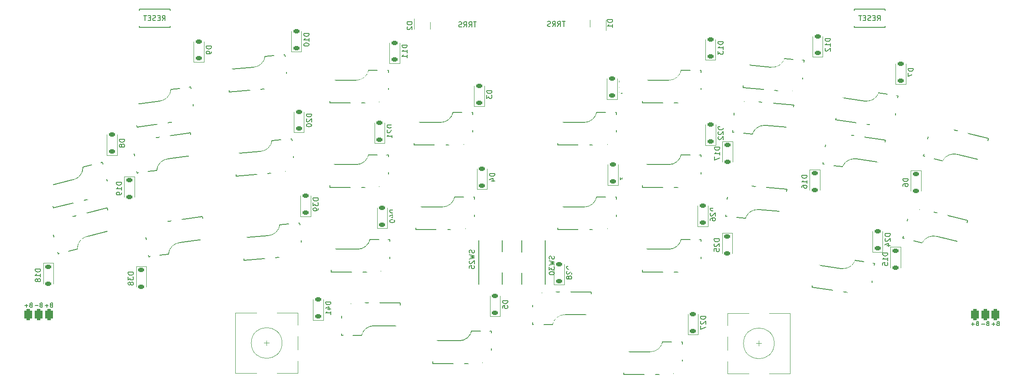
<source format=gbr>
%TF.GenerationSoftware,KiCad,Pcbnew,7.0.2*%
%TF.CreationDate,2023-08-06T16:20:10+02:00*%
%TF.ProjectId,Wizza-xiao,57697a7a-612d-4786-9961-6f2e6b696361,rev?*%
%TF.SameCoordinates,Original*%
%TF.FileFunction,Legend,Bot*%
%TF.FilePolarity,Positive*%
%FSLAX46Y46*%
G04 Gerber Fmt 4.6, Leading zero omitted, Abs format (unit mm)*
G04 Created by KiCad (PCBNEW 7.0.2) date 2023-08-06 16:20:10*
%MOMM*%
%LPD*%
G01*
G04 APERTURE LIST*
G04 Aperture macros list*
%AMRoundRect*
0 Rectangle with rounded corners*
0 $1 Rounding radius*
0 $2 $3 $4 $5 $6 $7 $8 $9 X,Y pos of 4 corners*
0 Add a 4 corners polygon primitive as box body*
4,1,4,$2,$3,$4,$5,$6,$7,$8,$9,$2,$3,0*
0 Add four circle primitives for the rounded corners*
1,1,$1+$1,$2,$3*
1,1,$1+$1,$4,$5*
1,1,$1+$1,$6,$7*
1,1,$1+$1,$8,$9*
0 Add four rect primitives between the rounded corners*
20,1,$1+$1,$2,$3,$4,$5,0*
20,1,$1+$1,$4,$5,$6,$7,0*
20,1,$1+$1,$6,$7,$8,$9,0*
20,1,$1+$1,$8,$9,$2,$3,0*%
%AMRotRect*
0 Rectangle, with rotation*
0 The origin of the aperture is its center*
0 $1 length*
0 $2 width*
0 $3 Rotation angle, in degrees counterclockwise*
0 Add horizontal line*
21,1,$1,$2,0,0,$3*%
G04 Aperture macros list end*
%ADD10C,0.150000*%
%ADD11C,0.120000*%
%ADD12RoundRect,0.375000X0.375000X0.750000X-0.375000X0.750000X-0.375000X-0.750000X0.375000X-0.750000X0*%
%ADD13RoundRect,0.375000X-0.375000X-0.750000X0.375000X-0.750000X0.375000X0.750000X-0.375000X0.750000X0*%
%ADD14C,2.000000*%
%ADD15C,4.500000*%
%ADD16C,1.701800*%
%ADD17C,3.000000*%
%ADD18C,3.987800*%
%ADD19C,5.000000*%
%ADD20R,2.600000X2.600000*%
%ADD21R,2.550000X2.500000*%
%ADD22RotRect,2.600000X2.600000X8.000000*%
%ADD23RotRect,2.550000X2.500000X188.000000*%
%ADD24RotRect,2.600000X2.600000X175.000000*%
%ADD25RotRect,2.550000X2.500000X355.000000*%
%ADD26RotRect,2.600000X2.600000X14.000000*%
%ADD27RotRect,2.550000X2.500000X194.000000*%
%ADD28O,2.750000X1.800000*%
%ADD29C,1.397000*%
%ADD30RotRect,2.600000X2.600000X166.000000*%
%ADD31RotRect,2.550000X2.500000X346.000000*%
%ADD32RotRect,2.600000X2.600000X194.000000*%
%ADD33RotRect,2.550000X2.500000X14.000000*%
%ADD34RotRect,2.600000X2.600000X352.000000*%
%ADD35RotRect,2.550000X2.500000X172.000000*%
%ADD36RotRect,2.600000X2.600000X188.000000*%
%ADD37RotRect,2.550000X2.500000X8.000000*%
%ADD38RotRect,2.600000X2.600000X5.000000*%
%ADD39RotRect,2.550000X2.500000X185.000000*%
%ADD40C,0.500000*%
%ADD41C,0.800000*%
%ADD42O,2.000000X1.600000*%
%ADD43RotRect,2.600000X2.600000X172.000000*%
%ADD44RotRect,2.550000X2.500000X352.000000*%
%ADD45RotRect,2.600000X2.600000X355.000000*%
%ADD46RotRect,2.550000X2.500000X175.000000*%
%ADD47R,3.200000X2.000000*%
%ADD48RoundRect,0.225000X0.375000X-0.225000X0.375000X0.225000X-0.375000X0.225000X-0.375000X-0.225000X0*%
%ADD49RoundRect,0.225000X-0.375000X0.225000X-0.375000X-0.225000X0.375000X-0.225000X0.375000X0.225000X0*%
%ADD50O,3.500000X2.200000*%
%ADD51R,2.500000X1.500000*%
%ADD52O,2.500000X1.500000*%
%ADD53R,1.000000X0.700000*%
%ADD54R,0.600000X0.700000*%
G04 APERTURE END LIST*
D10*
%TO.C,J3*%
X47510895Y-95382247D02*
X47396609Y-95420342D01*
X47396609Y-95420342D02*
X47358514Y-95458438D01*
X47358514Y-95458438D02*
X47320418Y-95534628D01*
X47320418Y-95534628D02*
X47320418Y-95648914D01*
X47320418Y-95648914D02*
X47358514Y-95725104D01*
X47358514Y-95725104D02*
X47396609Y-95763200D01*
X47396609Y-95763200D02*
X47472799Y-95801295D01*
X47472799Y-95801295D02*
X47777561Y-95801295D01*
X47777561Y-95801295D02*
X47777561Y-95001295D01*
X47777561Y-95001295D02*
X47510895Y-95001295D01*
X47510895Y-95001295D02*
X47434704Y-95039390D01*
X47434704Y-95039390D02*
X47396609Y-95077485D01*
X47396609Y-95077485D02*
X47358514Y-95153676D01*
X47358514Y-95153676D02*
X47358514Y-95229866D01*
X47358514Y-95229866D02*
X47396609Y-95306057D01*
X47396609Y-95306057D02*
X47434704Y-95344152D01*
X47434704Y-95344152D02*
X47510895Y-95382247D01*
X47510895Y-95382247D02*
X47777561Y-95382247D01*
X46977561Y-95496533D02*
X46368038Y-95496533D01*
X49510895Y-95382247D02*
X49396609Y-95420342D01*
X49396609Y-95420342D02*
X49358514Y-95458438D01*
X49358514Y-95458438D02*
X49320418Y-95534628D01*
X49320418Y-95534628D02*
X49320418Y-95648914D01*
X49320418Y-95648914D02*
X49358514Y-95725104D01*
X49358514Y-95725104D02*
X49396609Y-95763200D01*
X49396609Y-95763200D02*
X49472799Y-95801295D01*
X49472799Y-95801295D02*
X49777561Y-95801295D01*
X49777561Y-95801295D02*
X49777561Y-95001295D01*
X49777561Y-95001295D02*
X49510895Y-95001295D01*
X49510895Y-95001295D02*
X49434704Y-95039390D01*
X49434704Y-95039390D02*
X49396609Y-95077485D01*
X49396609Y-95077485D02*
X49358514Y-95153676D01*
X49358514Y-95153676D02*
X49358514Y-95229866D01*
X49358514Y-95229866D02*
X49396609Y-95306057D01*
X49396609Y-95306057D02*
X49434704Y-95344152D01*
X49434704Y-95344152D02*
X49510895Y-95382247D01*
X49510895Y-95382247D02*
X49777561Y-95382247D01*
X48977561Y-95496533D02*
X48368038Y-95496533D01*
X48672799Y-95801295D02*
X48672799Y-95191771D01*
X45510895Y-95382247D02*
X45396609Y-95420342D01*
X45396609Y-95420342D02*
X45358514Y-95458438D01*
X45358514Y-95458438D02*
X45320418Y-95534628D01*
X45320418Y-95534628D02*
X45320418Y-95648914D01*
X45320418Y-95648914D02*
X45358514Y-95725104D01*
X45358514Y-95725104D02*
X45396609Y-95763200D01*
X45396609Y-95763200D02*
X45472799Y-95801295D01*
X45472799Y-95801295D02*
X45777561Y-95801295D01*
X45777561Y-95801295D02*
X45777561Y-95001295D01*
X45777561Y-95001295D02*
X45510895Y-95001295D01*
X45510895Y-95001295D02*
X45434704Y-95039390D01*
X45434704Y-95039390D02*
X45396609Y-95077485D01*
X45396609Y-95077485D02*
X45358514Y-95153676D01*
X45358514Y-95153676D02*
X45358514Y-95229866D01*
X45358514Y-95229866D02*
X45396609Y-95306057D01*
X45396609Y-95306057D02*
X45434704Y-95344152D01*
X45434704Y-95344152D02*
X45510895Y-95382247D01*
X45510895Y-95382247D02*
X45777561Y-95382247D01*
X44977561Y-95496533D02*
X44368038Y-95496533D01*
X44672799Y-95801295D02*
X44672799Y-95191771D01*
%TO.C,J2*%
X132452704Y-40156619D02*
X131881276Y-40156619D01*
X132166990Y-41156619D02*
X132166990Y-40156619D01*
X130976514Y-41156619D02*
X131309847Y-40680428D01*
X131547942Y-41156619D02*
X131547942Y-40156619D01*
X131547942Y-40156619D02*
X131166990Y-40156619D01*
X131166990Y-40156619D02*
X131071752Y-40204238D01*
X131071752Y-40204238D02*
X131024133Y-40251857D01*
X131024133Y-40251857D02*
X130976514Y-40347095D01*
X130976514Y-40347095D02*
X130976514Y-40489952D01*
X130976514Y-40489952D02*
X131024133Y-40585190D01*
X131024133Y-40585190D02*
X131071752Y-40632809D01*
X131071752Y-40632809D02*
X131166990Y-40680428D01*
X131166990Y-40680428D02*
X131547942Y-40680428D01*
X129976514Y-41156619D02*
X130309847Y-40680428D01*
X130547942Y-41156619D02*
X130547942Y-40156619D01*
X130547942Y-40156619D02*
X130166990Y-40156619D01*
X130166990Y-40156619D02*
X130071752Y-40204238D01*
X130071752Y-40204238D02*
X130024133Y-40251857D01*
X130024133Y-40251857D02*
X129976514Y-40347095D01*
X129976514Y-40347095D02*
X129976514Y-40489952D01*
X129976514Y-40489952D02*
X130024133Y-40585190D01*
X130024133Y-40585190D02*
X130071752Y-40632809D01*
X130071752Y-40632809D02*
X130166990Y-40680428D01*
X130166990Y-40680428D02*
X130547942Y-40680428D01*
X129595561Y-41109000D02*
X129452704Y-41156619D01*
X129452704Y-41156619D02*
X129214609Y-41156619D01*
X129214609Y-41156619D02*
X129119371Y-41109000D01*
X129119371Y-41109000D02*
X129071752Y-41061380D01*
X129071752Y-41061380D02*
X129024133Y-40966142D01*
X129024133Y-40966142D02*
X129024133Y-40870904D01*
X129024133Y-40870904D02*
X129071752Y-40775666D01*
X129071752Y-40775666D02*
X129119371Y-40728047D01*
X129119371Y-40728047D02*
X129214609Y-40680428D01*
X129214609Y-40680428D02*
X129405085Y-40632809D01*
X129405085Y-40632809D02*
X129500323Y-40585190D01*
X129500323Y-40585190D02*
X129547942Y-40537571D01*
X129547942Y-40537571D02*
X129595561Y-40442333D01*
X129595561Y-40442333D02*
X129595561Y-40347095D01*
X129595561Y-40347095D02*
X129547942Y-40251857D01*
X129547942Y-40251857D02*
X129500323Y-40204238D01*
X129500323Y-40204238D02*
X129405085Y-40156619D01*
X129405085Y-40156619D02*
X129166990Y-40156619D01*
X129166990Y-40156619D02*
X129024133Y-40204238D01*
%TO.C,J1*%
X149767804Y-40048619D02*
X149196376Y-40048619D01*
X149482090Y-41048619D02*
X149482090Y-40048619D01*
X148291614Y-41048619D02*
X148624947Y-40572428D01*
X148863042Y-41048619D02*
X148863042Y-40048619D01*
X148863042Y-40048619D02*
X148482090Y-40048619D01*
X148482090Y-40048619D02*
X148386852Y-40096238D01*
X148386852Y-40096238D02*
X148339233Y-40143857D01*
X148339233Y-40143857D02*
X148291614Y-40239095D01*
X148291614Y-40239095D02*
X148291614Y-40381952D01*
X148291614Y-40381952D02*
X148339233Y-40477190D01*
X148339233Y-40477190D02*
X148386852Y-40524809D01*
X148386852Y-40524809D02*
X148482090Y-40572428D01*
X148482090Y-40572428D02*
X148863042Y-40572428D01*
X147291614Y-41048619D02*
X147624947Y-40572428D01*
X147863042Y-41048619D02*
X147863042Y-40048619D01*
X147863042Y-40048619D02*
X147482090Y-40048619D01*
X147482090Y-40048619D02*
X147386852Y-40096238D01*
X147386852Y-40096238D02*
X147339233Y-40143857D01*
X147339233Y-40143857D02*
X147291614Y-40239095D01*
X147291614Y-40239095D02*
X147291614Y-40381952D01*
X147291614Y-40381952D02*
X147339233Y-40477190D01*
X147339233Y-40477190D02*
X147386852Y-40524809D01*
X147386852Y-40524809D02*
X147482090Y-40572428D01*
X147482090Y-40572428D02*
X147863042Y-40572428D01*
X146910661Y-41001000D02*
X146767804Y-41048619D01*
X146767804Y-41048619D02*
X146529709Y-41048619D01*
X146529709Y-41048619D02*
X146434471Y-41001000D01*
X146434471Y-41001000D02*
X146386852Y-40953380D01*
X146386852Y-40953380D02*
X146339233Y-40858142D01*
X146339233Y-40858142D02*
X146339233Y-40762904D01*
X146339233Y-40762904D02*
X146386852Y-40667666D01*
X146386852Y-40667666D02*
X146434471Y-40620047D01*
X146434471Y-40620047D02*
X146529709Y-40572428D01*
X146529709Y-40572428D02*
X146720185Y-40524809D01*
X146720185Y-40524809D02*
X146815423Y-40477190D01*
X146815423Y-40477190D02*
X146863042Y-40429571D01*
X146863042Y-40429571D02*
X146910661Y-40334333D01*
X146910661Y-40334333D02*
X146910661Y-40239095D01*
X146910661Y-40239095D02*
X146863042Y-40143857D01*
X146863042Y-40143857D02*
X146815423Y-40096238D01*
X146815423Y-40096238D02*
X146720185Y-40048619D01*
X146720185Y-40048619D02*
X146482090Y-40048619D01*
X146482090Y-40048619D02*
X146339233Y-40096238D01*
%TO.C,J4*%
X234151295Y-98982247D02*
X234037009Y-99020342D01*
X234037009Y-99020342D02*
X233998914Y-99058438D01*
X233998914Y-99058438D02*
X233960818Y-99134628D01*
X233960818Y-99134628D02*
X233960818Y-99248914D01*
X233960818Y-99248914D02*
X233998914Y-99325104D01*
X233998914Y-99325104D02*
X234037009Y-99363200D01*
X234037009Y-99363200D02*
X234113199Y-99401295D01*
X234113199Y-99401295D02*
X234417961Y-99401295D01*
X234417961Y-99401295D02*
X234417961Y-98601295D01*
X234417961Y-98601295D02*
X234151295Y-98601295D01*
X234151295Y-98601295D02*
X234075104Y-98639390D01*
X234075104Y-98639390D02*
X234037009Y-98677485D01*
X234037009Y-98677485D02*
X233998914Y-98753676D01*
X233998914Y-98753676D02*
X233998914Y-98829866D01*
X233998914Y-98829866D02*
X234037009Y-98906057D01*
X234037009Y-98906057D02*
X234075104Y-98944152D01*
X234075104Y-98944152D02*
X234151295Y-98982247D01*
X234151295Y-98982247D02*
X234417961Y-98982247D01*
X233617961Y-99096533D02*
X233008438Y-99096533D01*
X233313199Y-99401295D02*
X233313199Y-98791771D01*
X230151295Y-98982247D02*
X230037009Y-99020342D01*
X230037009Y-99020342D02*
X229998914Y-99058438D01*
X229998914Y-99058438D02*
X229960818Y-99134628D01*
X229960818Y-99134628D02*
X229960818Y-99248914D01*
X229960818Y-99248914D02*
X229998914Y-99325104D01*
X229998914Y-99325104D02*
X230037009Y-99363200D01*
X230037009Y-99363200D02*
X230113199Y-99401295D01*
X230113199Y-99401295D02*
X230417961Y-99401295D01*
X230417961Y-99401295D02*
X230417961Y-98601295D01*
X230417961Y-98601295D02*
X230151295Y-98601295D01*
X230151295Y-98601295D02*
X230075104Y-98639390D01*
X230075104Y-98639390D02*
X230037009Y-98677485D01*
X230037009Y-98677485D02*
X229998914Y-98753676D01*
X229998914Y-98753676D02*
X229998914Y-98829866D01*
X229998914Y-98829866D02*
X230037009Y-98906057D01*
X230037009Y-98906057D02*
X230075104Y-98944152D01*
X230075104Y-98944152D02*
X230151295Y-98982247D01*
X230151295Y-98982247D02*
X230417961Y-98982247D01*
X229617961Y-99096533D02*
X229008438Y-99096533D01*
X229313199Y-99401295D02*
X229313199Y-98791771D01*
X232151295Y-98982247D02*
X232037009Y-99020342D01*
X232037009Y-99020342D02*
X231998914Y-99058438D01*
X231998914Y-99058438D02*
X231960818Y-99134628D01*
X231960818Y-99134628D02*
X231960818Y-99248914D01*
X231960818Y-99248914D02*
X231998914Y-99325104D01*
X231998914Y-99325104D02*
X232037009Y-99363200D01*
X232037009Y-99363200D02*
X232113199Y-99401295D01*
X232113199Y-99401295D02*
X232417961Y-99401295D01*
X232417961Y-99401295D02*
X232417961Y-98601295D01*
X232417961Y-98601295D02*
X232151295Y-98601295D01*
X232151295Y-98601295D02*
X232075104Y-98639390D01*
X232075104Y-98639390D02*
X232037009Y-98677485D01*
X232037009Y-98677485D02*
X231998914Y-98753676D01*
X231998914Y-98753676D02*
X231998914Y-98829866D01*
X231998914Y-98829866D02*
X232037009Y-98906057D01*
X232037009Y-98906057D02*
X232075104Y-98944152D01*
X232075104Y-98944152D02*
X232151295Y-98982247D01*
X232151295Y-98982247D02*
X232417961Y-98982247D01*
X231617961Y-99096533D02*
X231008438Y-99096533D01*
%TO.C,D4*%
X136015819Y-69722505D02*
X135015819Y-69722505D01*
X135015819Y-69722505D02*
X135015819Y-69960600D01*
X135015819Y-69960600D02*
X135063438Y-70103457D01*
X135063438Y-70103457D02*
X135158676Y-70198695D01*
X135158676Y-70198695D02*
X135253914Y-70246314D01*
X135253914Y-70246314D02*
X135444390Y-70293933D01*
X135444390Y-70293933D02*
X135587247Y-70293933D01*
X135587247Y-70293933D02*
X135777723Y-70246314D01*
X135777723Y-70246314D02*
X135872961Y-70198695D01*
X135872961Y-70198695D02*
X135968200Y-70103457D01*
X135968200Y-70103457D02*
X136015819Y-69960600D01*
X136015819Y-69960600D02*
X136015819Y-69722505D01*
X135349152Y-71151076D02*
X136015819Y-71151076D01*
X134968200Y-70912981D02*
X135682485Y-70674886D01*
X135682485Y-70674886D02*
X135682485Y-71293933D01*
%TO.C,D18*%
X47433819Y-88371514D02*
X46433819Y-88371514D01*
X46433819Y-88371514D02*
X46433819Y-88609609D01*
X46433819Y-88609609D02*
X46481438Y-88752466D01*
X46481438Y-88752466D02*
X46576676Y-88847704D01*
X46576676Y-88847704D02*
X46671914Y-88895323D01*
X46671914Y-88895323D02*
X46862390Y-88942942D01*
X46862390Y-88942942D02*
X47005247Y-88942942D01*
X47005247Y-88942942D02*
X47195723Y-88895323D01*
X47195723Y-88895323D02*
X47290961Y-88847704D01*
X47290961Y-88847704D02*
X47386200Y-88752466D01*
X47386200Y-88752466D02*
X47433819Y-88609609D01*
X47433819Y-88609609D02*
X47433819Y-88371514D01*
X47433819Y-89895323D02*
X47433819Y-89323895D01*
X47433819Y-89609609D02*
X46433819Y-89609609D01*
X46433819Y-89609609D02*
X46576676Y-89514371D01*
X46576676Y-89514371D02*
X46671914Y-89419133D01*
X46671914Y-89419133D02*
X46719533Y-89323895D01*
X46862390Y-90466752D02*
X46814771Y-90371514D01*
X46814771Y-90371514D02*
X46767152Y-90323895D01*
X46767152Y-90323895D02*
X46671914Y-90276276D01*
X46671914Y-90276276D02*
X46624295Y-90276276D01*
X46624295Y-90276276D02*
X46529057Y-90323895D01*
X46529057Y-90323895D02*
X46481438Y-90371514D01*
X46481438Y-90371514D02*
X46433819Y-90466752D01*
X46433819Y-90466752D02*
X46433819Y-90657228D01*
X46433819Y-90657228D02*
X46481438Y-90752466D01*
X46481438Y-90752466D02*
X46529057Y-90800085D01*
X46529057Y-90800085D02*
X46624295Y-90847704D01*
X46624295Y-90847704D02*
X46671914Y-90847704D01*
X46671914Y-90847704D02*
X46767152Y-90800085D01*
X46767152Y-90800085D02*
X46814771Y-90752466D01*
X46814771Y-90752466D02*
X46862390Y-90657228D01*
X46862390Y-90657228D02*
X46862390Y-90466752D01*
X46862390Y-90466752D02*
X46910009Y-90371514D01*
X46910009Y-90371514D02*
X46957628Y-90323895D01*
X46957628Y-90323895D02*
X47052866Y-90276276D01*
X47052866Y-90276276D02*
X47243342Y-90276276D01*
X47243342Y-90276276D02*
X47338580Y-90323895D01*
X47338580Y-90323895D02*
X47386200Y-90371514D01*
X47386200Y-90371514D02*
X47433819Y-90466752D01*
X47433819Y-90466752D02*
X47433819Y-90657228D01*
X47433819Y-90657228D02*
X47386200Y-90752466D01*
X47386200Y-90752466D02*
X47338580Y-90800085D01*
X47338580Y-90800085D02*
X47243342Y-90847704D01*
X47243342Y-90847704D02*
X47052866Y-90847704D01*
X47052866Y-90847704D02*
X46957628Y-90800085D01*
X46957628Y-90800085D02*
X46910009Y-90752466D01*
X46910009Y-90752466D02*
X46862390Y-90657228D01*
%TO.C,D3*%
X135482419Y-53542705D02*
X134482419Y-53542705D01*
X134482419Y-53542705D02*
X134482419Y-53780800D01*
X134482419Y-53780800D02*
X134530038Y-53923657D01*
X134530038Y-53923657D02*
X134625276Y-54018895D01*
X134625276Y-54018895D02*
X134720514Y-54066514D01*
X134720514Y-54066514D02*
X134910990Y-54114133D01*
X134910990Y-54114133D02*
X135053847Y-54114133D01*
X135053847Y-54114133D02*
X135244323Y-54066514D01*
X135244323Y-54066514D02*
X135339561Y-54018895D01*
X135339561Y-54018895D02*
X135434800Y-53923657D01*
X135434800Y-53923657D02*
X135482419Y-53780800D01*
X135482419Y-53780800D02*
X135482419Y-53542705D01*
X134482419Y-54447467D02*
X134482419Y-55066514D01*
X134482419Y-55066514D02*
X134863371Y-54733181D01*
X134863371Y-54733181D02*
X134863371Y-54876038D01*
X134863371Y-54876038D02*
X134910990Y-54971276D01*
X134910990Y-54971276D02*
X134958609Y-55018895D01*
X134958609Y-55018895D02*
X135053847Y-55066514D01*
X135053847Y-55066514D02*
X135291942Y-55066514D01*
X135291942Y-55066514D02*
X135387180Y-55018895D01*
X135387180Y-55018895D02*
X135434800Y-54971276D01*
X135434800Y-54971276D02*
X135482419Y-54876038D01*
X135482419Y-54876038D02*
X135482419Y-54590324D01*
X135482419Y-54590324D02*
X135434800Y-54495086D01*
X135434800Y-54495086D02*
X135387180Y-54447467D01*
%TO.C,D22*%
X180618219Y-60635714D02*
X179618219Y-60635714D01*
X179618219Y-60635714D02*
X179618219Y-60873809D01*
X179618219Y-60873809D02*
X179665838Y-61016666D01*
X179665838Y-61016666D02*
X179761076Y-61111904D01*
X179761076Y-61111904D02*
X179856314Y-61159523D01*
X179856314Y-61159523D02*
X180046790Y-61207142D01*
X180046790Y-61207142D02*
X180189647Y-61207142D01*
X180189647Y-61207142D02*
X180380123Y-61159523D01*
X180380123Y-61159523D02*
X180475361Y-61111904D01*
X180475361Y-61111904D02*
X180570600Y-61016666D01*
X180570600Y-61016666D02*
X180618219Y-60873809D01*
X180618219Y-60873809D02*
X180618219Y-60635714D01*
X179713457Y-61588095D02*
X179665838Y-61635714D01*
X179665838Y-61635714D02*
X179618219Y-61730952D01*
X179618219Y-61730952D02*
X179618219Y-61969047D01*
X179618219Y-61969047D02*
X179665838Y-62064285D01*
X179665838Y-62064285D02*
X179713457Y-62111904D01*
X179713457Y-62111904D02*
X179808695Y-62159523D01*
X179808695Y-62159523D02*
X179903933Y-62159523D01*
X179903933Y-62159523D02*
X180046790Y-62111904D01*
X180046790Y-62111904D02*
X180618219Y-61540476D01*
X180618219Y-61540476D02*
X180618219Y-62159523D01*
X179713457Y-62540476D02*
X179665838Y-62588095D01*
X179665838Y-62588095D02*
X179618219Y-62683333D01*
X179618219Y-62683333D02*
X179618219Y-62921428D01*
X179618219Y-62921428D02*
X179665838Y-63016666D01*
X179665838Y-63016666D02*
X179713457Y-63064285D01*
X179713457Y-63064285D02*
X179808695Y-63111904D01*
X179808695Y-63111904D02*
X179903933Y-63111904D01*
X179903933Y-63111904D02*
X180046790Y-63064285D01*
X180046790Y-63064285D02*
X180618219Y-62492857D01*
X180618219Y-62492857D02*
X180618219Y-63111904D01*
%TO.C,D40*%
X116534019Y-76839914D02*
X115534019Y-76839914D01*
X115534019Y-76839914D02*
X115534019Y-77078009D01*
X115534019Y-77078009D02*
X115581638Y-77220866D01*
X115581638Y-77220866D02*
X115676876Y-77316104D01*
X115676876Y-77316104D02*
X115772114Y-77363723D01*
X115772114Y-77363723D02*
X115962590Y-77411342D01*
X115962590Y-77411342D02*
X116105447Y-77411342D01*
X116105447Y-77411342D02*
X116295923Y-77363723D01*
X116295923Y-77363723D02*
X116391161Y-77316104D01*
X116391161Y-77316104D02*
X116486400Y-77220866D01*
X116486400Y-77220866D02*
X116534019Y-77078009D01*
X116534019Y-77078009D02*
X116534019Y-76839914D01*
X115867352Y-78268485D02*
X116534019Y-78268485D01*
X115486400Y-78030390D02*
X116200685Y-77792295D01*
X116200685Y-77792295D02*
X116200685Y-78411342D01*
X115534019Y-78982771D02*
X115534019Y-79078009D01*
X115534019Y-79078009D02*
X115581638Y-79173247D01*
X115581638Y-79173247D02*
X115629257Y-79220866D01*
X115629257Y-79220866D02*
X115724495Y-79268485D01*
X115724495Y-79268485D02*
X115914971Y-79316104D01*
X115914971Y-79316104D02*
X116153066Y-79316104D01*
X116153066Y-79316104D02*
X116343542Y-79268485D01*
X116343542Y-79268485D02*
X116438780Y-79220866D01*
X116438780Y-79220866D02*
X116486400Y-79173247D01*
X116486400Y-79173247D02*
X116534019Y-79078009D01*
X116534019Y-79078009D02*
X116534019Y-78982771D01*
X116534019Y-78982771D02*
X116486400Y-78887533D01*
X116486400Y-78887533D02*
X116438780Y-78839914D01*
X116438780Y-78839914D02*
X116343542Y-78792295D01*
X116343542Y-78792295D02*
X116153066Y-78744676D01*
X116153066Y-78744676D02*
X115914971Y-78744676D01*
X115914971Y-78744676D02*
X115724495Y-78792295D01*
X115724495Y-78792295D02*
X115629257Y-78839914D01*
X115629257Y-78839914D02*
X115581638Y-78887533D01*
X115581638Y-78887533D02*
X115534019Y-78982771D01*
%TO.C,D41*%
X104062619Y-94772314D02*
X103062619Y-94772314D01*
X103062619Y-94772314D02*
X103062619Y-95010409D01*
X103062619Y-95010409D02*
X103110238Y-95153266D01*
X103110238Y-95153266D02*
X103205476Y-95248504D01*
X103205476Y-95248504D02*
X103300714Y-95296123D01*
X103300714Y-95296123D02*
X103491190Y-95343742D01*
X103491190Y-95343742D02*
X103634047Y-95343742D01*
X103634047Y-95343742D02*
X103824523Y-95296123D01*
X103824523Y-95296123D02*
X103919761Y-95248504D01*
X103919761Y-95248504D02*
X104015000Y-95153266D01*
X104015000Y-95153266D02*
X104062619Y-95010409D01*
X104062619Y-95010409D02*
X104062619Y-94772314D01*
X103395952Y-96200885D02*
X104062619Y-96200885D01*
X103015000Y-95962790D02*
X103729285Y-95724695D01*
X103729285Y-95724695D02*
X103729285Y-96343742D01*
X104062619Y-97248504D02*
X104062619Y-96677076D01*
X104062619Y-96962790D02*
X103062619Y-96962790D01*
X103062619Y-96962790D02*
X103205476Y-96867552D01*
X103205476Y-96867552D02*
X103300714Y-96772314D01*
X103300714Y-96772314D02*
X103348333Y-96677076D01*
%TO.C,D19*%
X63232619Y-71454114D02*
X62232619Y-71454114D01*
X62232619Y-71454114D02*
X62232619Y-71692209D01*
X62232619Y-71692209D02*
X62280238Y-71835066D01*
X62280238Y-71835066D02*
X62375476Y-71930304D01*
X62375476Y-71930304D02*
X62470714Y-71977923D01*
X62470714Y-71977923D02*
X62661190Y-72025542D01*
X62661190Y-72025542D02*
X62804047Y-72025542D01*
X62804047Y-72025542D02*
X62994523Y-71977923D01*
X62994523Y-71977923D02*
X63089761Y-71930304D01*
X63089761Y-71930304D02*
X63185000Y-71835066D01*
X63185000Y-71835066D02*
X63232619Y-71692209D01*
X63232619Y-71692209D02*
X63232619Y-71454114D01*
X63232619Y-72977923D02*
X63232619Y-72406495D01*
X63232619Y-72692209D02*
X62232619Y-72692209D01*
X62232619Y-72692209D02*
X62375476Y-72596971D01*
X62375476Y-72596971D02*
X62470714Y-72501733D01*
X62470714Y-72501733D02*
X62518333Y-72406495D01*
X63232619Y-73454114D02*
X63232619Y-73644590D01*
X63232619Y-73644590D02*
X63185000Y-73739828D01*
X63185000Y-73739828D02*
X63137380Y-73787447D01*
X63137380Y-73787447D02*
X62994523Y-73882685D01*
X62994523Y-73882685D02*
X62804047Y-73930304D01*
X62804047Y-73930304D02*
X62423095Y-73930304D01*
X62423095Y-73930304D02*
X62327857Y-73882685D01*
X62327857Y-73882685D02*
X62280238Y-73835066D01*
X62280238Y-73835066D02*
X62232619Y-73739828D01*
X62232619Y-73739828D02*
X62232619Y-73549352D01*
X62232619Y-73549352D02*
X62280238Y-73454114D01*
X62280238Y-73454114D02*
X62327857Y-73406495D01*
X62327857Y-73406495D02*
X62423095Y-73358876D01*
X62423095Y-73358876D02*
X62661190Y-73358876D01*
X62661190Y-73358876D02*
X62756428Y-73406495D01*
X62756428Y-73406495D02*
X62804047Y-73454114D01*
X62804047Y-73454114D02*
X62851666Y-73549352D01*
X62851666Y-73549352D02*
X62851666Y-73739828D01*
X62851666Y-73739828D02*
X62804047Y-73835066D01*
X62804047Y-73835066D02*
X62756428Y-73882685D01*
X62756428Y-73882685D02*
X62661190Y-73930304D01*
%TO.C,D39*%
X101624219Y-74528514D02*
X100624219Y-74528514D01*
X100624219Y-74528514D02*
X100624219Y-74766609D01*
X100624219Y-74766609D02*
X100671838Y-74909466D01*
X100671838Y-74909466D02*
X100767076Y-75004704D01*
X100767076Y-75004704D02*
X100862314Y-75052323D01*
X100862314Y-75052323D02*
X101052790Y-75099942D01*
X101052790Y-75099942D02*
X101195647Y-75099942D01*
X101195647Y-75099942D02*
X101386123Y-75052323D01*
X101386123Y-75052323D02*
X101481361Y-75004704D01*
X101481361Y-75004704D02*
X101576600Y-74909466D01*
X101576600Y-74909466D02*
X101624219Y-74766609D01*
X101624219Y-74766609D02*
X101624219Y-74528514D01*
X100624219Y-75433276D02*
X100624219Y-76052323D01*
X100624219Y-76052323D02*
X101005171Y-75718990D01*
X101005171Y-75718990D02*
X101005171Y-75861847D01*
X101005171Y-75861847D02*
X101052790Y-75957085D01*
X101052790Y-75957085D02*
X101100409Y-76004704D01*
X101100409Y-76004704D02*
X101195647Y-76052323D01*
X101195647Y-76052323D02*
X101433742Y-76052323D01*
X101433742Y-76052323D02*
X101528980Y-76004704D01*
X101528980Y-76004704D02*
X101576600Y-75957085D01*
X101576600Y-75957085D02*
X101624219Y-75861847D01*
X101624219Y-75861847D02*
X101624219Y-75576133D01*
X101624219Y-75576133D02*
X101576600Y-75480895D01*
X101576600Y-75480895D02*
X101528980Y-75433276D01*
X101624219Y-76528514D02*
X101624219Y-76718990D01*
X101624219Y-76718990D02*
X101576600Y-76814228D01*
X101576600Y-76814228D02*
X101528980Y-76861847D01*
X101528980Y-76861847D02*
X101386123Y-76957085D01*
X101386123Y-76957085D02*
X101195647Y-77004704D01*
X101195647Y-77004704D02*
X100814695Y-77004704D01*
X100814695Y-77004704D02*
X100719457Y-76957085D01*
X100719457Y-76957085D02*
X100671838Y-76909466D01*
X100671838Y-76909466D02*
X100624219Y-76814228D01*
X100624219Y-76814228D02*
X100624219Y-76623752D01*
X100624219Y-76623752D02*
X100671838Y-76528514D01*
X100671838Y-76528514D02*
X100719457Y-76480895D01*
X100719457Y-76480895D02*
X100814695Y-76433276D01*
X100814695Y-76433276D02*
X101052790Y-76433276D01*
X101052790Y-76433276D02*
X101148028Y-76480895D01*
X101148028Y-76480895D02*
X101195647Y-76528514D01*
X101195647Y-76528514D02*
X101243266Y-76623752D01*
X101243266Y-76623752D02*
X101243266Y-76814228D01*
X101243266Y-76814228D02*
X101195647Y-76909466D01*
X101195647Y-76909466D02*
X101148028Y-76957085D01*
X101148028Y-76957085D02*
X101052790Y-77004704D01*
%TO.C,D25*%
X179844019Y-82478714D02*
X178844019Y-82478714D01*
X178844019Y-82478714D02*
X178844019Y-82716809D01*
X178844019Y-82716809D02*
X178891638Y-82859666D01*
X178891638Y-82859666D02*
X178986876Y-82954904D01*
X178986876Y-82954904D02*
X179082114Y-83002523D01*
X179082114Y-83002523D02*
X179272590Y-83050142D01*
X179272590Y-83050142D02*
X179415447Y-83050142D01*
X179415447Y-83050142D02*
X179605923Y-83002523D01*
X179605923Y-83002523D02*
X179701161Y-82954904D01*
X179701161Y-82954904D02*
X179796400Y-82859666D01*
X179796400Y-82859666D02*
X179844019Y-82716809D01*
X179844019Y-82716809D02*
X179844019Y-82478714D01*
X178939257Y-83431095D02*
X178891638Y-83478714D01*
X178891638Y-83478714D02*
X178844019Y-83573952D01*
X178844019Y-83573952D02*
X178844019Y-83812047D01*
X178844019Y-83812047D02*
X178891638Y-83907285D01*
X178891638Y-83907285D02*
X178939257Y-83954904D01*
X178939257Y-83954904D02*
X179034495Y-84002523D01*
X179034495Y-84002523D02*
X179129733Y-84002523D01*
X179129733Y-84002523D02*
X179272590Y-83954904D01*
X179272590Y-83954904D02*
X179844019Y-83383476D01*
X179844019Y-83383476D02*
X179844019Y-84002523D01*
X178844019Y-84907285D02*
X178844019Y-84431095D01*
X178844019Y-84431095D02*
X179320209Y-84383476D01*
X179320209Y-84383476D02*
X179272590Y-84431095D01*
X179272590Y-84431095D02*
X179224971Y-84526333D01*
X179224971Y-84526333D02*
X179224971Y-84764428D01*
X179224971Y-84764428D02*
X179272590Y-84859666D01*
X179272590Y-84859666D02*
X179320209Y-84907285D01*
X179320209Y-84907285D02*
X179415447Y-84954904D01*
X179415447Y-84954904D02*
X179653542Y-84954904D01*
X179653542Y-84954904D02*
X179748780Y-84907285D01*
X179748780Y-84907285D02*
X179796400Y-84859666D01*
X179796400Y-84859666D02*
X179844019Y-84764428D01*
X179844019Y-84764428D02*
X179844019Y-84526333D01*
X179844019Y-84526333D02*
X179796400Y-84431095D01*
X179796400Y-84431095D02*
X179748780Y-84383476D01*
%TO.C,D15*%
X212686219Y-85221914D02*
X211686219Y-85221914D01*
X211686219Y-85221914D02*
X211686219Y-85460009D01*
X211686219Y-85460009D02*
X211733838Y-85602866D01*
X211733838Y-85602866D02*
X211829076Y-85698104D01*
X211829076Y-85698104D02*
X211924314Y-85745723D01*
X211924314Y-85745723D02*
X212114790Y-85793342D01*
X212114790Y-85793342D02*
X212257647Y-85793342D01*
X212257647Y-85793342D02*
X212448123Y-85745723D01*
X212448123Y-85745723D02*
X212543361Y-85698104D01*
X212543361Y-85698104D02*
X212638600Y-85602866D01*
X212638600Y-85602866D02*
X212686219Y-85460009D01*
X212686219Y-85460009D02*
X212686219Y-85221914D01*
X212686219Y-86745723D02*
X212686219Y-86174295D01*
X212686219Y-86460009D02*
X211686219Y-86460009D01*
X211686219Y-86460009D02*
X211829076Y-86364771D01*
X211829076Y-86364771D02*
X211924314Y-86269533D01*
X211924314Y-86269533D02*
X211971933Y-86174295D01*
X211686219Y-87650485D02*
X211686219Y-87174295D01*
X211686219Y-87174295D02*
X212162409Y-87126676D01*
X212162409Y-87126676D02*
X212114790Y-87174295D01*
X212114790Y-87174295D02*
X212067171Y-87269533D01*
X212067171Y-87269533D02*
X212067171Y-87507628D01*
X212067171Y-87507628D02*
X212114790Y-87602866D01*
X212114790Y-87602866D02*
X212162409Y-87650485D01*
X212162409Y-87650485D02*
X212257647Y-87698104D01*
X212257647Y-87698104D02*
X212495742Y-87698104D01*
X212495742Y-87698104D02*
X212590980Y-87650485D01*
X212590980Y-87650485D02*
X212638600Y-87602866D01*
X212638600Y-87602866D02*
X212686219Y-87507628D01*
X212686219Y-87507628D02*
X212686219Y-87269533D01*
X212686219Y-87269533D02*
X212638600Y-87174295D01*
X212638600Y-87174295D02*
X212590980Y-87126676D01*
%TO.C,D6*%
X216648619Y-70737505D02*
X215648619Y-70737505D01*
X215648619Y-70737505D02*
X215648619Y-70975600D01*
X215648619Y-70975600D02*
X215696238Y-71118457D01*
X215696238Y-71118457D02*
X215791476Y-71213695D01*
X215791476Y-71213695D02*
X215886714Y-71261314D01*
X215886714Y-71261314D02*
X216077190Y-71308933D01*
X216077190Y-71308933D02*
X216220047Y-71308933D01*
X216220047Y-71308933D02*
X216410523Y-71261314D01*
X216410523Y-71261314D02*
X216505761Y-71213695D01*
X216505761Y-71213695D02*
X216601000Y-71118457D01*
X216601000Y-71118457D02*
X216648619Y-70975600D01*
X216648619Y-70975600D02*
X216648619Y-70737505D01*
X215648619Y-72166076D02*
X215648619Y-71975600D01*
X215648619Y-71975600D02*
X215696238Y-71880362D01*
X215696238Y-71880362D02*
X215743857Y-71832743D01*
X215743857Y-71832743D02*
X215886714Y-71737505D01*
X215886714Y-71737505D02*
X216077190Y-71689886D01*
X216077190Y-71689886D02*
X216458142Y-71689886D01*
X216458142Y-71689886D02*
X216553380Y-71737505D01*
X216553380Y-71737505D02*
X216601000Y-71785124D01*
X216601000Y-71785124D02*
X216648619Y-71880362D01*
X216648619Y-71880362D02*
X216648619Y-72070838D01*
X216648619Y-72070838D02*
X216601000Y-72166076D01*
X216601000Y-72166076D02*
X216553380Y-72213695D01*
X216553380Y-72213695D02*
X216458142Y-72261314D01*
X216458142Y-72261314D02*
X216220047Y-72261314D01*
X216220047Y-72261314D02*
X216124809Y-72213695D01*
X216124809Y-72213695D02*
X216077190Y-72166076D01*
X216077190Y-72166076D02*
X216029571Y-72070838D01*
X216029571Y-72070838D02*
X216029571Y-71880362D01*
X216029571Y-71880362D02*
X216077190Y-71785124D01*
X216077190Y-71785124D02*
X216124809Y-71737505D01*
X216124809Y-71737505D02*
X216220047Y-71689886D01*
%TO.C,D17*%
X179894819Y-64623514D02*
X178894819Y-64623514D01*
X178894819Y-64623514D02*
X178894819Y-64861609D01*
X178894819Y-64861609D02*
X178942438Y-65004466D01*
X178942438Y-65004466D02*
X179037676Y-65099704D01*
X179037676Y-65099704D02*
X179132914Y-65147323D01*
X179132914Y-65147323D02*
X179323390Y-65194942D01*
X179323390Y-65194942D02*
X179466247Y-65194942D01*
X179466247Y-65194942D02*
X179656723Y-65147323D01*
X179656723Y-65147323D02*
X179751961Y-65099704D01*
X179751961Y-65099704D02*
X179847200Y-65004466D01*
X179847200Y-65004466D02*
X179894819Y-64861609D01*
X179894819Y-64861609D02*
X179894819Y-64623514D01*
X179894819Y-66147323D02*
X179894819Y-65575895D01*
X179894819Y-65861609D02*
X178894819Y-65861609D01*
X178894819Y-65861609D02*
X179037676Y-65766371D01*
X179037676Y-65766371D02*
X179132914Y-65671133D01*
X179132914Y-65671133D02*
X179180533Y-65575895D01*
X178894819Y-66480657D02*
X178894819Y-67147323D01*
X178894819Y-67147323D02*
X179894819Y-66718752D01*
%TO.C,SW25*%
X132019200Y-84661676D02*
X132066819Y-84804533D01*
X132066819Y-84804533D02*
X132066819Y-85042628D01*
X132066819Y-85042628D02*
X132019200Y-85137866D01*
X132019200Y-85137866D02*
X131971580Y-85185485D01*
X131971580Y-85185485D02*
X131876342Y-85233104D01*
X131876342Y-85233104D02*
X131781104Y-85233104D01*
X131781104Y-85233104D02*
X131685866Y-85185485D01*
X131685866Y-85185485D02*
X131638247Y-85137866D01*
X131638247Y-85137866D02*
X131590628Y-85042628D01*
X131590628Y-85042628D02*
X131543009Y-84852152D01*
X131543009Y-84852152D02*
X131495390Y-84756914D01*
X131495390Y-84756914D02*
X131447771Y-84709295D01*
X131447771Y-84709295D02*
X131352533Y-84661676D01*
X131352533Y-84661676D02*
X131257295Y-84661676D01*
X131257295Y-84661676D02*
X131162057Y-84709295D01*
X131162057Y-84709295D02*
X131114438Y-84756914D01*
X131114438Y-84756914D02*
X131066819Y-84852152D01*
X131066819Y-84852152D02*
X131066819Y-85090247D01*
X131066819Y-85090247D02*
X131114438Y-85233104D01*
X131066819Y-85566438D02*
X132066819Y-85804533D01*
X132066819Y-85804533D02*
X131352533Y-85995009D01*
X131352533Y-85995009D02*
X132066819Y-86185485D01*
X132066819Y-86185485D02*
X131066819Y-86423581D01*
X131162057Y-86756914D02*
X131114438Y-86804533D01*
X131114438Y-86804533D02*
X131066819Y-86899771D01*
X131066819Y-86899771D02*
X131066819Y-87137866D01*
X131066819Y-87137866D02*
X131114438Y-87233104D01*
X131114438Y-87233104D02*
X131162057Y-87280723D01*
X131162057Y-87280723D02*
X131257295Y-87328342D01*
X131257295Y-87328342D02*
X131352533Y-87328342D01*
X131352533Y-87328342D02*
X131495390Y-87280723D01*
X131495390Y-87280723D02*
X132066819Y-86709295D01*
X132066819Y-86709295D02*
X132066819Y-87328342D01*
X131066819Y-88233104D02*
X131066819Y-87756914D01*
X131066819Y-87756914D02*
X131543009Y-87709295D01*
X131543009Y-87709295D02*
X131495390Y-87756914D01*
X131495390Y-87756914D02*
X131447771Y-87852152D01*
X131447771Y-87852152D02*
X131447771Y-88090247D01*
X131447771Y-88090247D02*
X131495390Y-88185485D01*
X131495390Y-88185485D02*
X131543009Y-88233104D01*
X131543009Y-88233104D02*
X131638247Y-88280723D01*
X131638247Y-88280723D02*
X131876342Y-88280723D01*
X131876342Y-88280723D02*
X131971580Y-88233104D01*
X131971580Y-88233104D02*
X132019200Y-88185485D01*
X132019200Y-88185485D02*
X132066819Y-88090247D01*
X132066819Y-88090247D02*
X132066819Y-87852152D01*
X132066819Y-87852152D02*
X132019200Y-87756914D01*
X132019200Y-87756914D02*
X131971580Y-87709295D01*
%TO.C,D26*%
X179068819Y-76483314D02*
X178068819Y-76483314D01*
X178068819Y-76483314D02*
X178068819Y-76721409D01*
X178068819Y-76721409D02*
X178116438Y-76864266D01*
X178116438Y-76864266D02*
X178211676Y-76959504D01*
X178211676Y-76959504D02*
X178306914Y-77007123D01*
X178306914Y-77007123D02*
X178497390Y-77054742D01*
X178497390Y-77054742D02*
X178640247Y-77054742D01*
X178640247Y-77054742D02*
X178830723Y-77007123D01*
X178830723Y-77007123D02*
X178925961Y-76959504D01*
X178925961Y-76959504D02*
X179021200Y-76864266D01*
X179021200Y-76864266D02*
X179068819Y-76721409D01*
X179068819Y-76721409D02*
X179068819Y-76483314D01*
X178164057Y-77435695D02*
X178116438Y-77483314D01*
X178116438Y-77483314D02*
X178068819Y-77578552D01*
X178068819Y-77578552D02*
X178068819Y-77816647D01*
X178068819Y-77816647D02*
X178116438Y-77911885D01*
X178116438Y-77911885D02*
X178164057Y-77959504D01*
X178164057Y-77959504D02*
X178259295Y-78007123D01*
X178259295Y-78007123D02*
X178354533Y-78007123D01*
X178354533Y-78007123D02*
X178497390Y-77959504D01*
X178497390Y-77959504D02*
X179068819Y-77388076D01*
X179068819Y-77388076D02*
X179068819Y-78007123D01*
X178068819Y-78864266D02*
X178068819Y-78673790D01*
X178068819Y-78673790D02*
X178116438Y-78578552D01*
X178116438Y-78578552D02*
X178164057Y-78530933D01*
X178164057Y-78530933D02*
X178306914Y-78435695D01*
X178306914Y-78435695D02*
X178497390Y-78388076D01*
X178497390Y-78388076D02*
X178878342Y-78388076D01*
X178878342Y-78388076D02*
X178973580Y-78435695D01*
X178973580Y-78435695D02*
X179021200Y-78483314D01*
X179021200Y-78483314D02*
X179068819Y-78578552D01*
X179068819Y-78578552D02*
X179068819Y-78769028D01*
X179068819Y-78769028D02*
X179021200Y-78864266D01*
X179021200Y-78864266D02*
X178973580Y-78911885D01*
X178973580Y-78911885D02*
X178878342Y-78959504D01*
X178878342Y-78959504D02*
X178640247Y-78959504D01*
X178640247Y-78959504D02*
X178545009Y-78911885D01*
X178545009Y-78911885D02*
X178497390Y-78864266D01*
X178497390Y-78864266D02*
X178449771Y-78769028D01*
X178449771Y-78769028D02*
X178449771Y-78578552D01*
X178449771Y-78578552D02*
X178497390Y-78483314D01*
X178497390Y-78483314D02*
X178545009Y-78435695D01*
X178545009Y-78435695D02*
X178640247Y-78388076D01*
%TO.C,D10*%
X99795419Y-42397514D02*
X98795419Y-42397514D01*
X98795419Y-42397514D02*
X98795419Y-42635609D01*
X98795419Y-42635609D02*
X98843038Y-42778466D01*
X98843038Y-42778466D02*
X98938276Y-42873704D01*
X98938276Y-42873704D02*
X99033514Y-42921323D01*
X99033514Y-42921323D02*
X99223990Y-42968942D01*
X99223990Y-42968942D02*
X99366847Y-42968942D01*
X99366847Y-42968942D02*
X99557323Y-42921323D01*
X99557323Y-42921323D02*
X99652561Y-42873704D01*
X99652561Y-42873704D02*
X99747800Y-42778466D01*
X99747800Y-42778466D02*
X99795419Y-42635609D01*
X99795419Y-42635609D02*
X99795419Y-42397514D01*
X99795419Y-43921323D02*
X99795419Y-43349895D01*
X99795419Y-43635609D02*
X98795419Y-43635609D01*
X98795419Y-43635609D02*
X98938276Y-43540371D01*
X98938276Y-43540371D02*
X99033514Y-43445133D01*
X99033514Y-43445133D02*
X99081133Y-43349895D01*
X98795419Y-44540371D02*
X98795419Y-44635609D01*
X98795419Y-44635609D02*
X98843038Y-44730847D01*
X98843038Y-44730847D02*
X98890657Y-44778466D01*
X98890657Y-44778466D02*
X98985895Y-44826085D01*
X98985895Y-44826085D02*
X99176371Y-44873704D01*
X99176371Y-44873704D02*
X99414466Y-44873704D01*
X99414466Y-44873704D02*
X99604942Y-44826085D01*
X99604942Y-44826085D02*
X99700180Y-44778466D01*
X99700180Y-44778466D02*
X99747800Y-44730847D01*
X99747800Y-44730847D02*
X99795419Y-44635609D01*
X99795419Y-44635609D02*
X99795419Y-44540371D01*
X99795419Y-44540371D02*
X99747800Y-44445133D01*
X99747800Y-44445133D02*
X99700180Y-44397514D01*
X99700180Y-44397514D02*
X99604942Y-44349895D01*
X99604942Y-44349895D02*
X99414466Y-44302276D01*
X99414466Y-44302276D02*
X99176371Y-44302276D01*
X99176371Y-44302276D02*
X98985895Y-44349895D01*
X98985895Y-44349895D02*
X98890657Y-44397514D01*
X98890657Y-44397514D02*
X98843038Y-44445133D01*
X98843038Y-44445133D02*
X98795419Y-44540371D01*
%TO.C,D9*%
X80770819Y-44880305D02*
X79770819Y-44880305D01*
X79770819Y-44880305D02*
X79770819Y-45118400D01*
X79770819Y-45118400D02*
X79818438Y-45261257D01*
X79818438Y-45261257D02*
X79913676Y-45356495D01*
X79913676Y-45356495D02*
X80008914Y-45404114D01*
X80008914Y-45404114D02*
X80199390Y-45451733D01*
X80199390Y-45451733D02*
X80342247Y-45451733D01*
X80342247Y-45451733D02*
X80532723Y-45404114D01*
X80532723Y-45404114D02*
X80627961Y-45356495D01*
X80627961Y-45356495D02*
X80723200Y-45261257D01*
X80723200Y-45261257D02*
X80770819Y-45118400D01*
X80770819Y-45118400D02*
X80770819Y-44880305D01*
X80770819Y-45927924D02*
X80770819Y-46118400D01*
X80770819Y-46118400D02*
X80723200Y-46213638D01*
X80723200Y-46213638D02*
X80675580Y-46261257D01*
X80675580Y-46261257D02*
X80532723Y-46356495D01*
X80532723Y-46356495D02*
X80342247Y-46404114D01*
X80342247Y-46404114D02*
X79961295Y-46404114D01*
X79961295Y-46404114D02*
X79866057Y-46356495D01*
X79866057Y-46356495D02*
X79818438Y-46308876D01*
X79818438Y-46308876D02*
X79770819Y-46213638D01*
X79770819Y-46213638D02*
X79770819Y-46023162D01*
X79770819Y-46023162D02*
X79818438Y-45927924D01*
X79818438Y-45927924D02*
X79866057Y-45880305D01*
X79866057Y-45880305D02*
X79961295Y-45832686D01*
X79961295Y-45832686D02*
X80199390Y-45832686D01*
X80199390Y-45832686D02*
X80294628Y-45880305D01*
X80294628Y-45880305D02*
X80342247Y-45927924D01*
X80342247Y-45927924D02*
X80389866Y-46023162D01*
X80389866Y-46023162D02*
X80389866Y-46213638D01*
X80389866Y-46213638D02*
X80342247Y-46308876D01*
X80342247Y-46308876D02*
X80294628Y-46356495D01*
X80294628Y-46356495D02*
X80199390Y-46404114D01*
%TO.C,D7*%
X217676819Y-49223705D02*
X216676819Y-49223705D01*
X216676819Y-49223705D02*
X216676819Y-49461800D01*
X216676819Y-49461800D02*
X216724438Y-49604657D01*
X216724438Y-49604657D02*
X216819676Y-49699895D01*
X216819676Y-49699895D02*
X216914914Y-49747514D01*
X216914914Y-49747514D02*
X217105390Y-49795133D01*
X217105390Y-49795133D02*
X217248247Y-49795133D01*
X217248247Y-49795133D02*
X217438723Y-49747514D01*
X217438723Y-49747514D02*
X217533961Y-49699895D01*
X217533961Y-49699895D02*
X217629200Y-49604657D01*
X217629200Y-49604657D02*
X217676819Y-49461800D01*
X217676819Y-49461800D02*
X217676819Y-49223705D01*
X216676819Y-50128467D02*
X216676819Y-50795133D01*
X216676819Y-50795133D02*
X217676819Y-50366562D01*
%TO.C,D24*%
X213155619Y-81461714D02*
X212155619Y-81461714D01*
X212155619Y-81461714D02*
X212155619Y-81699809D01*
X212155619Y-81699809D02*
X212203238Y-81842666D01*
X212203238Y-81842666D02*
X212298476Y-81937904D01*
X212298476Y-81937904D02*
X212393714Y-81985523D01*
X212393714Y-81985523D02*
X212584190Y-82033142D01*
X212584190Y-82033142D02*
X212727047Y-82033142D01*
X212727047Y-82033142D02*
X212917523Y-81985523D01*
X212917523Y-81985523D02*
X213012761Y-81937904D01*
X213012761Y-81937904D02*
X213108000Y-81842666D01*
X213108000Y-81842666D02*
X213155619Y-81699809D01*
X213155619Y-81699809D02*
X213155619Y-81461714D01*
X212250857Y-82414095D02*
X212203238Y-82461714D01*
X212203238Y-82461714D02*
X212155619Y-82556952D01*
X212155619Y-82556952D02*
X212155619Y-82795047D01*
X212155619Y-82795047D02*
X212203238Y-82890285D01*
X212203238Y-82890285D02*
X212250857Y-82937904D01*
X212250857Y-82937904D02*
X212346095Y-82985523D01*
X212346095Y-82985523D02*
X212441333Y-82985523D01*
X212441333Y-82985523D02*
X212584190Y-82937904D01*
X212584190Y-82937904D02*
X213155619Y-82366476D01*
X213155619Y-82366476D02*
X213155619Y-82985523D01*
X212488952Y-83842666D02*
X213155619Y-83842666D01*
X212108000Y-83604571D02*
X212822285Y-83366476D01*
X212822285Y-83366476D02*
X212822285Y-83985523D01*
%TO.C,D13*%
X180567419Y-43997714D02*
X179567419Y-43997714D01*
X179567419Y-43997714D02*
X179567419Y-44235809D01*
X179567419Y-44235809D02*
X179615038Y-44378666D01*
X179615038Y-44378666D02*
X179710276Y-44473904D01*
X179710276Y-44473904D02*
X179805514Y-44521523D01*
X179805514Y-44521523D02*
X179995990Y-44569142D01*
X179995990Y-44569142D02*
X180138847Y-44569142D01*
X180138847Y-44569142D02*
X180329323Y-44521523D01*
X180329323Y-44521523D02*
X180424561Y-44473904D01*
X180424561Y-44473904D02*
X180519800Y-44378666D01*
X180519800Y-44378666D02*
X180567419Y-44235809D01*
X180567419Y-44235809D02*
X180567419Y-43997714D01*
X180567419Y-45521523D02*
X180567419Y-44950095D01*
X180567419Y-45235809D02*
X179567419Y-45235809D01*
X179567419Y-45235809D02*
X179710276Y-45140571D01*
X179710276Y-45140571D02*
X179805514Y-45045333D01*
X179805514Y-45045333D02*
X179853133Y-44950095D01*
X179567419Y-45854857D02*
X179567419Y-46473904D01*
X179567419Y-46473904D02*
X179948371Y-46140571D01*
X179948371Y-46140571D02*
X179948371Y-46283428D01*
X179948371Y-46283428D02*
X179995990Y-46378666D01*
X179995990Y-46378666D02*
X180043609Y-46426285D01*
X180043609Y-46426285D02*
X180138847Y-46473904D01*
X180138847Y-46473904D02*
X180376942Y-46473904D01*
X180376942Y-46473904D02*
X180472180Y-46426285D01*
X180472180Y-46426285D02*
X180519800Y-46378666D01*
X180519800Y-46378666D02*
X180567419Y-46283428D01*
X180567419Y-46283428D02*
X180567419Y-45997714D01*
X180567419Y-45997714D02*
X180519800Y-45902476D01*
X180519800Y-45902476D02*
X180472180Y-45854857D01*
%TO.C,D12*%
X201471619Y-43388114D02*
X200471619Y-43388114D01*
X200471619Y-43388114D02*
X200471619Y-43626209D01*
X200471619Y-43626209D02*
X200519238Y-43769066D01*
X200519238Y-43769066D02*
X200614476Y-43864304D01*
X200614476Y-43864304D02*
X200709714Y-43911923D01*
X200709714Y-43911923D02*
X200900190Y-43959542D01*
X200900190Y-43959542D02*
X201043047Y-43959542D01*
X201043047Y-43959542D02*
X201233523Y-43911923D01*
X201233523Y-43911923D02*
X201328761Y-43864304D01*
X201328761Y-43864304D02*
X201424000Y-43769066D01*
X201424000Y-43769066D02*
X201471619Y-43626209D01*
X201471619Y-43626209D02*
X201471619Y-43388114D01*
X201471619Y-44911923D02*
X201471619Y-44340495D01*
X201471619Y-44626209D02*
X200471619Y-44626209D01*
X200471619Y-44626209D02*
X200614476Y-44530971D01*
X200614476Y-44530971D02*
X200709714Y-44435733D01*
X200709714Y-44435733D02*
X200757333Y-44340495D01*
X200566857Y-45292876D02*
X200519238Y-45340495D01*
X200519238Y-45340495D02*
X200471619Y-45435733D01*
X200471619Y-45435733D02*
X200471619Y-45673828D01*
X200471619Y-45673828D02*
X200519238Y-45769066D01*
X200519238Y-45769066D02*
X200566857Y-45816685D01*
X200566857Y-45816685D02*
X200662095Y-45864304D01*
X200662095Y-45864304D02*
X200757333Y-45864304D01*
X200757333Y-45864304D02*
X200900190Y-45816685D01*
X200900190Y-45816685D02*
X201471619Y-45245257D01*
X201471619Y-45245257D02*
X201471619Y-45864304D01*
%TO.C,SW30*%
X147602600Y-85861676D02*
X147650219Y-86004533D01*
X147650219Y-86004533D02*
X147650219Y-86242628D01*
X147650219Y-86242628D02*
X147602600Y-86337866D01*
X147602600Y-86337866D02*
X147554980Y-86385485D01*
X147554980Y-86385485D02*
X147459742Y-86433104D01*
X147459742Y-86433104D02*
X147364504Y-86433104D01*
X147364504Y-86433104D02*
X147269266Y-86385485D01*
X147269266Y-86385485D02*
X147221647Y-86337866D01*
X147221647Y-86337866D02*
X147174028Y-86242628D01*
X147174028Y-86242628D02*
X147126409Y-86052152D01*
X147126409Y-86052152D02*
X147078790Y-85956914D01*
X147078790Y-85956914D02*
X147031171Y-85909295D01*
X147031171Y-85909295D02*
X146935933Y-85861676D01*
X146935933Y-85861676D02*
X146840695Y-85861676D01*
X146840695Y-85861676D02*
X146745457Y-85909295D01*
X146745457Y-85909295D02*
X146697838Y-85956914D01*
X146697838Y-85956914D02*
X146650219Y-86052152D01*
X146650219Y-86052152D02*
X146650219Y-86290247D01*
X146650219Y-86290247D02*
X146697838Y-86433104D01*
X146650219Y-86766438D02*
X147650219Y-87004533D01*
X147650219Y-87004533D02*
X146935933Y-87195009D01*
X146935933Y-87195009D02*
X147650219Y-87385485D01*
X147650219Y-87385485D02*
X146650219Y-87623581D01*
X146650219Y-87909295D02*
X146650219Y-88528342D01*
X146650219Y-88528342D02*
X147031171Y-88195009D01*
X147031171Y-88195009D02*
X147031171Y-88337866D01*
X147031171Y-88337866D02*
X147078790Y-88433104D01*
X147078790Y-88433104D02*
X147126409Y-88480723D01*
X147126409Y-88480723D02*
X147221647Y-88528342D01*
X147221647Y-88528342D02*
X147459742Y-88528342D01*
X147459742Y-88528342D02*
X147554980Y-88480723D01*
X147554980Y-88480723D02*
X147602600Y-88433104D01*
X147602600Y-88433104D02*
X147650219Y-88337866D01*
X147650219Y-88337866D02*
X147650219Y-88052152D01*
X147650219Y-88052152D02*
X147602600Y-87956914D01*
X147602600Y-87956914D02*
X147554980Y-87909295D01*
X146650219Y-89147390D02*
X146650219Y-89242628D01*
X146650219Y-89242628D02*
X146697838Y-89337866D01*
X146697838Y-89337866D02*
X146745457Y-89385485D01*
X146745457Y-89385485D02*
X146840695Y-89433104D01*
X146840695Y-89433104D02*
X147031171Y-89480723D01*
X147031171Y-89480723D02*
X147269266Y-89480723D01*
X147269266Y-89480723D02*
X147459742Y-89433104D01*
X147459742Y-89433104D02*
X147554980Y-89385485D01*
X147554980Y-89385485D02*
X147602600Y-89337866D01*
X147602600Y-89337866D02*
X147650219Y-89242628D01*
X147650219Y-89242628D02*
X147650219Y-89147390D01*
X147650219Y-89147390D02*
X147602600Y-89052152D01*
X147602600Y-89052152D02*
X147554980Y-89004533D01*
X147554980Y-89004533D02*
X147459742Y-88956914D01*
X147459742Y-88956914D02*
X147269266Y-88909295D01*
X147269266Y-88909295D02*
X147031171Y-88909295D01*
X147031171Y-88909295D02*
X146840695Y-88956914D01*
X146840695Y-88956914D02*
X146745457Y-89004533D01*
X146745457Y-89004533D02*
X146697838Y-89052152D01*
X146697838Y-89052152D02*
X146650219Y-89147390D01*
%TO.C,D1*%
X159017019Y-39704105D02*
X158017019Y-39704105D01*
X158017019Y-39704105D02*
X158017019Y-39942200D01*
X158017019Y-39942200D02*
X158064638Y-40085057D01*
X158064638Y-40085057D02*
X158159876Y-40180295D01*
X158159876Y-40180295D02*
X158255114Y-40227914D01*
X158255114Y-40227914D02*
X158445590Y-40275533D01*
X158445590Y-40275533D02*
X158588447Y-40275533D01*
X158588447Y-40275533D02*
X158778923Y-40227914D01*
X158778923Y-40227914D02*
X158874161Y-40180295D01*
X158874161Y-40180295D02*
X158969400Y-40085057D01*
X158969400Y-40085057D02*
X159017019Y-39942200D01*
X159017019Y-39942200D02*
X159017019Y-39704105D01*
X159017019Y-41227914D02*
X159017019Y-40656486D01*
X159017019Y-40942200D02*
X158017019Y-40942200D01*
X158017019Y-40942200D02*
X158159876Y-40846962D01*
X158159876Y-40846962D02*
X158255114Y-40751724D01*
X158255114Y-40751724D02*
X158302733Y-40656486D01*
%TO.C,D23*%
X161542819Y-68433514D02*
X160542819Y-68433514D01*
X160542819Y-68433514D02*
X160542819Y-68671609D01*
X160542819Y-68671609D02*
X160590438Y-68814466D01*
X160590438Y-68814466D02*
X160685676Y-68909704D01*
X160685676Y-68909704D02*
X160780914Y-68957323D01*
X160780914Y-68957323D02*
X160971390Y-69004942D01*
X160971390Y-69004942D02*
X161114247Y-69004942D01*
X161114247Y-69004942D02*
X161304723Y-68957323D01*
X161304723Y-68957323D02*
X161399961Y-68909704D01*
X161399961Y-68909704D02*
X161495200Y-68814466D01*
X161495200Y-68814466D02*
X161542819Y-68671609D01*
X161542819Y-68671609D02*
X161542819Y-68433514D01*
X160638057Y-69385895D02*
X160590438Y-69433514D01*
X160590438Y-69433514D02*
X160542819Y-69528752D01*
X160542819Y-69528752D02*
X160542819Y-69766847D01*
X160542819Y-69766847D02*
X160590438Y-69862085D01*
X160590438Y-69862085D02*
X160638057Y-69909704D01*
X160638057Y-69909704D02*
X160733295Y-69957323D01*
X160733295Y-69957323D02*
X160828533Y-69957323D01*
X160828533Y-69957323D02*
X160971390Y-69909704D01*
X160971390Y-69909704D02*
X161542819Y-69338276D01*
X161542819Y-69338276D02*
X161542819Y-69957323D01*
X160542819Y-70290657D02*
X160542819Y-70909704D01*
X160542819Y-70909704D02*
X160923771Y-70576371D01*
X160923771Y-70576371D02*
X160923771Y-70719228D01*
X160923771Y-70719228D02*
X160971390Y-70814466D01*
X160971390Y-70814466D02*
X161019009Y-70862085D01*
X161019009Y-70862085D02*
X161114247Y-70909704D01*
X161114247Y-70909704D02*
X161352342Y-70909704D01*
X161352342Y-70909704D02*
X161447580Y-70862085D01*
X161447580Y-70862085D02*
X161495200Y-70814466D01*
X161495200Y-70814466D02*
X161542819Y-70719228D01*
X161542819Y-70719228D02*
X161542819Y-70433514D01*
X161542819Y-70433514D02*
X161495200Y-70338276D01*
X161495200Y-70338276D02*
X161447580Y-70290657D01*
%TO.C,D14*%
X161390419Y-51668514D02*
X160390419Y-51668514D01*
X160390419Y-51668514D02*
X160390419Y-51906609D01*
X160390419Y-51906609D02*
X160438038Y-52049466D01*
X160438038Y-52049466D02*
X160533276Y-52144704D01*
X160533276Y-52144704D02*
X160628514Y-52192323D01*
X160628514Y-52192323D02*
X160818990Y-52239942D01*
X160818990Y-52239942D02*
X160961847Y-52239942D01*
X160961847Y-52239942D02*
X161152323Y-52192323D01*
X161152323Y-52192323D02*
X161247561Y-52144704D01*
X161247561Y-52144704D02*
X161342800Y-52049466D01*
X161342800Y-52049466D02*
X161390419Y-51906609D01*
X161390419Y-51906609D02*
X161390419Y-51668514D01*
X161390419Y-53192323D02*
X161390419Y-52620895D01*
X161390419Y-52906609D02*
X160390419Y-52906609D01*
X160390419Y-52906609D02*
X160533276Y-52811371D01*
X160533276Y-52811371D02*
X160628514Y-52716133D01*
X160628514Y-52716133D02*
X160676133Y-52620895D01*
X160723752Y-54049466D02*
X161390419Y-54049466D01*
X160342800Y-53811371D02*
X161057085Y-53573276D01*
X161057085Y-53573276D02*
X161057085Y-54192323D01*
%TO.C,D21*%
X116026019Y-60279114D02*
X115026019Y-60279114D01*
X115026019Y-60279114D02*
X115026019Y-60517209D01*
X115026019Y-60517209D02*
X115073638Y-60660066D01*
X115073638Y-60660066D02*
X115168876Y-60755304D01*
X115168876Y-60755304D02*
X115264114Y-60802923D01*
X115264114Y-60802923D02*
X115454590Y-60850542D01*
X115454590Y-60850542D02*
X115597447Y-60850542D01*
X115597447Y-60850542D02*
X115787923Y-60802923D01*
X115787923Y-60802923D02*
X115883161Y-60755304D01*
X115883161Y-60755304D02*
X115978400Y-60660066D01*
X115978400Y-60660066D02*
X116026019Y-60517209D01*
X116026019Y-60517209D02*
X116026019Y-60279114D01*
X115121257Y-61231495D02*
X115073638Y-61279114D01*
X115073638Y-61279114D02*
X115026019Y-61374352D01*
X115026019Y-61374352D02*
X115026019Y-61612447D01*
X115026019Y-61612447D02*
X115073638Y-61707685D01*
X115073638Y-61707685D02*
X115121257Y-61755304D01*
X115121257Y-61755304D02*
X115216495Y-61802923D01*
X115216495Y-61802923D02*
X115311733Y-61802923D01*
X115311733Y-61802923D02*
X115454590Y-61755304D01*
X115454590Y-61755304D02*
X116026019Y-61183876D01*
X116026019Y-61183876D02*
X116026019Y-61802923D01*
X116026019Y-62755304D02*
X116026019Y-62183876D01*
X116026019Y-62469590D02*
X115026019Y-62469590D01*
X115026019Y-62469590D02*
X115168876Y-62374352D01*
X115168876Y-62374352D02*
X115264114Y-62279114D01*
X115264114Y-62279114D02*
X115311733Y-62183876D01*
%TO.C,D16*%
X196912819Y-70108914D02*
X195912819Y-70108914D01*
X195912819Y-70108914D02*
X195912819Y-70347009D01*
X195912819Y-70347009D02*
X195960438Y-70489866D01*
X195960438Y-70489866D02*
X196055676Y-70585104D01*
X196055676Y-70585104D02*
X196150914Y-70632723D01*
X196150914Y-70632723D02*
X196341390Y-70680342D01*
X196341390Y-70680342D02*
X196484247Y-70680342D01*
X196484247Y-70680342D02*
X196674723Y-70632723D01*
X196674723Y-70632723D02*
X196769961Y-70585104D01*
X196769961Y-70585104D02*
X196865200Y-70489866D01*
X196865200Y-70489866D02*
X196912819Y-70347009D01*
X196912819Y-70347009D02*
X196912819Y-70108914D01*
X196912819Y-71632723D02*
X196912819Y-71061295D01*
X196912819Y-71347009D02*
X195912819Y-71347009D01*
X195912819Y-71347009D02*
X196055676Y-71251771D01*
X196055676Y-71251771D02*
X196150914Y-71156533D01*
X196150914Y-71156533D02*
X196198533Y-71061295D01*
X195912819Y-72489866D02*
X195912819Y-72299390D01*
X195912819Y-72299390D02*
X195960438Y-72204152D01*
X195960438Y-72204152D02*
X196008057Y-72156533D01*
X196008057Y-72156533D02*
X196150914Y-72061295D01*
X196150914Y-72061295D02*
X196341390Y-72013676D01*
X196341390Y-72013676D02*
X196722342Y-72013676D01*
X196722342Y-72013676D02*
X196817580Y-72061295D01*
X196817580Y-72061295D02*
X196865200Y-72108914D01*
X196865200Y-72108914D02*
X196912819Y-72204152D01*
X196912819Y-72204152D02*
X196912819Y-72394628D01*
X196912819Y-72394628D02*
X196865200Y-72489866D01*
X196865200Y-72489866D02*
X196817580Y-72537485D01*
X196817580Y-72537485D02*
X196722342Y-72585104D01*
X196722342Y-72585104D02*
X196484247Y-72585104D01*
X196484247Y-72585104D02*
X196389009Y-72537485D01*
X196389009Y-72537485D02*
X196341390Y-72489866D01*
X196341390Y-72489866D02*
X196293771Y-72394628D01*
X196293771Y-72394628D02*
X196293771Y-72204152D01*
X196293771Y-72204152D02*
X196341390Y-72108914D01*
X196341390Y-72108914D02*
X196389009Y-72061295D01*
X196389009Y-72061295D02*
X196484247Y-72013676D01*
%TO.C,D8*%
X63829019Y-63065705D02*
X62829019Y-63065705D01*
X62829019Y-63065705D02*
X62829019Y-63303800D01*
X62829019Y-63303800D02*
X62876638Y-63446657D01*
X62876638Y-63446657D02*
X62971876Y-63541895D01*
X62971876Y-63541895D02*
X63067114Y-63589514D01*
X63067114Y-63589514D02*
X63257590Y-63637133D01*
X63257590Y-63637133D02*
X63400447Y-63637133D01*
X63400447Y-63637133D02*
X63590923Y-63589514D01*
X63590923Y-63589514D02*
X63686161Y-63541895D01*
X63686161Y-63541895D02*
X63781400Y-63446657D01*
X63781400Y-63446657D02*
X63829019Y-63303800D01*
X63829019Y-63303800D02*
X63829019Y-63065705D01*
X63257590Y-64208562D02*
X63209971Y-64113324D01*
X63209971Y-64113324D02*
X63162352Y-64065705D01*
X63162352Y-64065705D02*
X63067114Y-64018086D01*
X63067114Y-64018086D02*
X63019495Y-64018086D01*
X63019495Y-64018086D02*
X62924257Y-64065705D01*
X62924257Y-64065705D02*
X62876638Y-64113324D01*
X62876638Y-64113324D02*
X62829019Y-64208562D01*
X62829019Y-64208562D02*
X62829019Y-64399038D01*
X62829019Y-64399038D02*
X62876638Y-64494276D01*
X62876638Y-64494276D02*
X62924257Y-64541895D01*
X62924257Y-64541895D02*
X63019495Y-64589514D01*
X63019495Y-64589514D02*
X63067114Y-64589514D01*
X63067114Y-64589514D02*
X63162352Y-64541895D01*
X63162352Y-64541895D02*
X63209971Y-64494276D01*
X63209971Y-64494276D02*
X63257590Y-64399038D01*
X63257590Y-64399038D02*
X63257590Y-64208562D01*
X63257590Y-64208562D02*
X63305209Y-64113324D01*
X63305209Y-64113324D02*
X63352828Y-64065705D01*
X63352828Y-64065705D02*
X63448066Y-64018086D01*
X63448066Y-64018086D02*
X63638542Y-64018086D01*
X63638542Y-64018086D02*
X63733780Y-64065705D01*
X63733780Y-64065705D02*
X63781400Y-64113324D01*
X63781400Y-64113324D02*
X63829019Y-64208562D01*
X63829019Y-64208562D02*
X63829019Y-64399038D01*
X63829019Y-64399038D02*
X63781400Y-64494276D01*
X63781400Y-64494276D02*
X63733780Y-64541895D01*
X63733780Y-64541895D02*
X63638542Y-64589514D01*
X63638542Y-64589514D02*
X63448066Y-64589514D01*
X63448066Y-64589514D02*
X63352828Y-64541895D01*
X63352828Y-64541895D02*
X63305209Y-64494276D01*
X63305209Y-64494276D02*
X63257590Y-64399038D01*
%TO.C,D11*%
X118947019Y-44658114D02*
X117947019Y-44658114D01*
X117947019Y-44658114D02*
X117947019Y-44896209D01*
X117947019Y-44896209D02*
X117994638Y-45039066D01*
X117994638Y-45039066D02*
X118089876Y-45134304D01*
X118089876Y-45134304D02*
X118185114Y-45181923D01*
X118185114Y-45181923D02*
X118375590Y-45229542D01*
X118375590Y-45229542D02*
X118518447Y-45229542D01*
X118518447Y-45229542D02*
X118708923Y-45181923D01*
X118708923Y-45181923D02*
X118804161Y-45134304D01*
X118804161Y-45134304D02*
X118899400Y-45039066D01*
X118899400Y-45039066D02*
X118947019Y-44896209D01*
X118947019Y-44896209D02*
X118947019Y-44658114D01*
X118947019Y-46181923D02*
X118947019Y-45610495D01*
X118947019Y-45896209D02*
X117947019Y-45896209D01*
X117947019Y-45896209D02*
X118089876Y-45800971D01*
X118089876Y-45800971D02*
X118185114Y-45705733D01*
X118185114Y-45705733D02*
X118232733Y-45610495D01*
X118947019Y-47134304D02*
X118947019Y-46562876D01*
X118947019Y-46848590D02*
X117947019Y-46848590D01*
X117947019Y-46848590D02*
X118089876Y-46753352D01*
X118089876Y-46753352D02*
X118185114Y-46658114D01*
X118185114Y-46658114D02*
X118232733Y-46562876D01*
%TO.C,D27*%
X177163819Y-97592714D02*
X176163819Y-97592714D01*
X176163819Y-97592714D02*
X176163819Y-97830809D01*
X176163819Y-97830809D02*
X176211438Y-97973666D01*
X176211438Y-97973666D02*
X176306676Y-98068904D01*
X176306676Y-98068904D02*
X176401914Y-98116523D01*
X176401914Y-98116523D02*
X176592390Y-98164142D01*
X176592390Y-98164142D02*
X176735247Y-98164142D01*
X176735247Y-98164142D02*
X176925723Y-98116523D01*
X176925723Y-98116523D02*
X177020961Y-98068904D01*
X177020961Y-98068904D02*
X177116200Y-97973666D01*
X177116200Y-97973666D02*
X177163819Y-97830809D01*
X177163819Y-97830809D02*
X177163819Y-97592714D01*
X176259057Y-98545095D02*
X176211438Y-98592714D01*
X176211438Y-98592714D02*
X176163819Y-98687952D01*
X176163819Y-98687952D02*
X176163819Y-98926047D01*
X176163819Y-98926047D02*
X176211438Y-99021285D01*
X176211438Y-99021285D02*
X176259057Y-99068904D01*
X176259057Y-99068904D02*
X176354295Y-99116523D01*
X176354295Y-99116523D02*
X176449533Y-99116523D01*
X176449533Y-99116523D02*
X176592390Y-99068904D01*
X176592390Y-99068904D02*
X177163819Y-98497476D01*
X177163819Y-98497476D02*
X177163819Y-99116523D01*
X176163819Y-99449857D02*
X176163819Y-100116523D01*
X176163819Y-100116523D02*
X177163819Y-99687952D01*
%TO.C,D28*%
X151027219Y-87863514D02*
X150027219Y-87863514D01*
X150027219Y-87863514D02*
X150027219Y-88101609D01*
X150027219Y-88101609D02*
X150074838Y-88244466D01*
X150074838Y-88244466D02*
X150170076Y-88339704D01*
X150170076Y-88339704D02*
X150265314Y-88387323D01*
X150265314Y-88387323D02*
X150455790Y-88434942D01*
X150455790Y-88434942D02*
X150598647Y-88434942D01*
X150598647Y-88434942D02*
X150789123Y-88387323D01*
X150789123Y-88387323D02*
X150884361Y-88339704D01*
X150884361Y-88339704D02*
X150979600Y-88244466D01*
X150979600Y-88244466D02*
X151027219Y-88101609D01*
X151027219Y-88101609D02*
X151027219Y-87863514D01*
X150122457Y-88815895D02*
X150074838Y-88863514D01*
X150074838Y-88863514D02*
X150027219Y-88958752D01*
X150027219Y-88958752D02*
X150027219Y-89196847D01*
X150027219Y-89196847D02*
X150074838Y-89292085D01*
X150074838Y-89292085D02*
X150122457Y-89339704D01*
X150122457Y-89339704D02*
X150217695Y-89387323D01*
X150217695Y-89387323D02*
X150312933Y-89387323D01*
X150312933Y-89387323D02*
X150455790Y-89339704D01*
X150455790Y-89339704D02*
X151027219Y-88768276D01*
X151027219Y-88768276D02*
X151027219Y-89387323D01*
X150455790Y-89958752D02*
X150408171Y-89863514D01*
X150408171Y-89863514D02*
X150360552Y-89815895D01*
X150360552Y-89815895D02*
X150265314Y-89768276D01*
X150265314Y-89768276D02*
X150217695Y-89768276D01*
X150217695Y-89768276D02*
X150122457Y-89815895D01*
X150122457Y-89815895D02*
X150074838Y-89863514D01*
X150074838Y-89863514D02*
X150027219Y-89958752D01*
X150027219Y-89958752D02*
X150027219Y-90149228D01*
X150027219Y-90149228D02*
X150074838Y-90244466D01*
X150074838Y-90244466D02*
X150122457Y-90292085D01*
X150122457Y-90292085D02*
X150217695Y-90339704D01*
X150217695Y-90339704D02*
X150265314Y-90339704D01*
X150265314Y-90339704D02*
X150360552Y-90292085D01*
X150360552Y-90292085D02*
X150408171Y-90244466D01*
X150408171Y-90244466D02*
X150455790Y-90149228D01*
X150455790Y-90149228D02*
X150455790Y-89958752D01*
X150455790Y-89958752D02*
X150503409Y-89863514D01*
X150503409Y-89863514D02*
X150551028Y-89815895D01*
X150551028Y-89815895D02*
X150646266Y-89768276D01*
X150646266Y-89768276D02*
X150836742Y-89768276D01*
X150836742Y-89768276D02*
X150931980Y-89815895D01*
X150931980Y-89815895D02*
X150979600Y-89863514D01*
X150979600Y-89863514D02*
X151027219Y-89958752D01*
X151027219Y-89958752D02*
X151027219Y-90149228D01*
X151027219Y-90149228D02*
X150979600Y-90244466D01*
X150979600Y-90244466D02*
X150931980Y-90292085D01*
X150931980Y-90292085D02*
X150836742Y-90339704D01*
X150836742Y-90339704D02*
X150646266Y-90339704D01*
X150646266Y-90339704D02*
X150551028Y-90292085D01*
X150551028Y-90292085D02*
X150503409Y-90244466D01*
X150503409Y-90244466D02*
X150455790Y-90149228D01*
%TO.C,D5*%
X138555819Y-94538305D02*
X137555819Y-94538305D01*
X137555819Y-94538305D02*
X137555819Y-94776400D01*
X137555819Y-94776400D02*
X137603438Y-94919257D01*
X137603438Y-94919257D02*
X137698676Y-95014495D01*
X137698676Y-95014495D02*
X137793914Y-95062114D01*
X137793914Y-95062114D02*
X137984390Y-95109733D01*
X137984390Y-95109733D02*
X138127247Y-95109733D01*
X138127247Y-95109733D02*
X138317723Y-95062114D01*
X138317723Y-95062114D02*
X138412961Y-95014495D01*
X138412961Y-95014495D02*
X138508200Y-94919257D01*
X138508200Y-94919257D02*
X138555819Y-94776400D01*
X138555819Y-94776400D02*
X138555819Y-94538305D01*
X137555819Y-96014495D02*
X137555819Y-95538305D01*
X137555819Y-95538305D02*
X138032009Y-95490686D01*
X138032009Y-95490686D02*
X137984390Y-95538305D01*
X137984390Y-95538305D02*
X137936771Y-95633543D01*
X137936771Y-95633543D02*
X137936771Y-95871638D01*
X137936771Y-95871638D02*
X137984390Y-95966876D01*
X137984390Y-95966876D02*
X138032009Y-96014495D01*
X138032009Y-96014495D02*
X138127247Y-96062114D01*
X138127247Y-96062114D02*
X138365342Y-96062114D01*
X138365342Y-96062114D02*
X138460580Y-96014495D01*
X138460580Y-96014495D02*
X138508200Y-95966876D01*
X138508200Y-95966876D02*
X138555819Y-95871638D01*
X138555819Y-95871638D02*
X138555819Y-95633543D01*
X138555819Y-95633543D02*
X138508200Y-95538305D01*
X138508200Y-95538305D02*
X138460580Y-95490686D01*
%TO.C,SW5*%
X210638181Y-39896619D02*
X210971514Y-39420428D01*
X211209609Y-39896619D02*
X211209609Y-38896619D01*
X211209609Y-38896619D02*
X210828657Y-38896619D01*
X210828657Y-38896619D02*
X210733419Y-38944238D01*
X210733419Y-38944238D02*
X210685800Y-38991857D01*
X210685800Y-38991857D02*
X210638181Y-39087095D01*
X210638181Y-39087095D02*
X210638181Y-39229952D01*
X210638181Y-39229952D02*
X210685800Y-39325190D01*
X210685800Y-39325190D02*
X210733419Y-39372809D01*
X210733419Y-39372809D02*
X210828657Y-39420428D01*
X210828657Y-39420428D02*
X211209609Y-39420428D01*
X210209609Y-39372809D02*
X209876276Y-39372809D01*
X209733419Y-39896619D02*
X210209609Y-39896619D01*
X210209609Y-39896619D02*
X210209609Y-38896619D01*
X210209609Y-38896619D02*
X209733419Y-38896619D01*
X209352466Y-39849000D02*
X209209609Y-39896619D01*
X209209609Y-39896619D02*
X208971514Y-39896619D01*
X208971514Y-39896619D02*
X208876276Y-39849000D01*
X208876276Y-39849000D02*
X208828657Y-39801380D01*
X208828657Y-39801380D02*
X208781038Y-39706142D01*
X208781038Y-39706142D02*
X208781038Y-39610904D01*
X208781038Y-39610904D02*
X208828657Y-39515666D01*
X208828657Y-39515666D02*
X208876276Y-39468047D01*
X208876276Y-39468047D02*
X208971514Y-39420428D01*
X208971514Y-39420428D02*
X209161990Y-39372809D01*
X209161990Y-39372809D02*
X209257228Y-39325190D01*
X209257228Y-39325190D02*
X209304847Y-39277571D01*
X209304847Y-39277571D02*
X209352466Y-39182333D01*
X209352466Y-39182333D02*
X209352466Y-39087095D01*
X209352466Y-39087095D02*
X209304847Y-38991857D01*
X209304847Y-38991857D02*
X209257228Y-38944238D01*
X209257228Y-38944238D02*
X209161990Y-38896619D01*
X209161990Y-38896619D02*
X208923895Y-38896619D01*
X208923895Y-38896619D02*
X208781038Y-38944238D01*
X208352466Y-39372809D02*
X208019133Y-39372809D01*
X207876276Y-39896619D02*
X208352466Y-39896619D01*
X208352466Y-39896619D02*
X208352466Y-38896619D01*
X208352466Y-38896619D02*
X207876276Y-38896619D01*
X207590561Y-38896619D02*
X207019133Y-38896619D01*
X207304847Y-39896619D02*
X207304847Y-38896619D01*
%TO.C,D2*%
X119926419Y-40150505D02*
X118926419Y-40150505D01*
X118926419Y-40150505D02*
X118926419Y-40388600D01*
X118926419Y-40388600D02*
X118974038Y-40531457D01*
X118974038Y-40531457D02*
X119069276Y-40626695D01*
X119069276Y-40626695D02*
X119164514Y-40674314D01*
X119164514Y-40674314D02*
X119354990Y-40721933D01*
X119354990Y-40721933D02*
X119497847Y-40721933D01*
X119497847Y-40721933D02*
X119688323Y-40674314D01*
X119688323Y-40674314D02*
X119783561Y-40626695D01*
X119783561Y-40626695D02*
X119878800Y-40531457D01*
X119878800Y-40531457D02*
X119926419Y-40388600D01*
X119926419Y-40388600D02*
X119926419Y-40150505D01*
X119021657Y-41102886D02*
X118974038Y-41150505D01*
X118974038Y-41150505D02*
X118926419Y-41245743D01*
X118926419Y-41245743D02*
X118926419Y-41483838D01*
X118926419Y-41483838D02*
X118974038Y-41579076D01*
X118974038Y-41579076D02*
X119021657Y-41626695D01*
X119021657Y-41626695D02*
X119116895Y-41674314D01*
X119116895Y-41674314D02*
X119212133Y-41674314D01*
X119212133Y-41674314D02*
X119354990Y-41626695D01*
X119354990Y-41626695D02*
X119926419Y-41055267D01*
X119926419Y-41055267D02*
X119926419Y-41674314D01*
%TO.C,D20*%
X100303419Y-58120114D02*
X99303419Y-58120114D01*
X99303419Y-58120114D02*
X99303419Y-58358209D01*
X99303419Y-58358209D02*
X99351038Y-58501066D01*
X99351038Y-58501066D02*
X99446276Y-58596304D01*
X99446276Y-58596304D02*
X99541514Y-58643923D01*
X99541514Y-58643923D02*
X99731990Y-58691542D01*
X99731990Y-58691542D02*
X99874847Y-58691542D01*
X99874847Y-58691542D02*
X100065323Y-58643923D01*
X100065323Y-58643923D02*
X100160561Y-58596304D01*
X100160561Y-58596304D02*
X100255800Y-58501066D01*
X100255800Y-58501066D02*
X100303419Y-58358209D01*
X100303419Y-58358209D02*
X100303419Y-58120114D01*
X99398657Y-59072495D02*
X99351038Y-59120114D01*
X99351038Y-59120114D02*
X99303419Y-59215352D01*
X99303419Y-59215352D02*
X99303419Y-59453447D01*
X99303419Y-59453447D02*
X99351038Y-59548685D01*
X99351038Y-59548685D02*
X99398657Y-59596304D01*
X99398657Y-59596304D02*
X99493895Y-59643923D01*
X99493895Y-59643923D02*
X99589133Y-59643923D01*
X99589133Y-59643923D02*
X99731990Y-59596304D01*
X99731990Y-59596304D02*
X100303419Y-59024876D01*
X100303419Y-59024876D02*
X100303419Y-59643923D01*
X99303419Y-60262971D02*
X99303419Y-60358209D01*
X99303419Y-60358209D02*
X99351038Y-60453447D01*
X99351038Y-60453447D02*
X99398657Y-60501066D01*
X99398657Y-60501066D02*
X99493895Y-60548685D01*
X99493895Y-60548685D02*
X99684371Y-60596304D01*
X99684371Y-60596304D02*
X99922466Y-60596304D01*
X99922466Y-60596304D02*
X100112942Y-60548685D01*
X100112942Y-60548685D02*
X100208180Y-60501066D01*
X100208180Y-60501066D02*
X100255800Y-60453447D01*
X100255800Y-60453447D02*
X100303419Y-60358209D01*
X100303419Y-60358209D02*
X100303419Y-60262971D01*
X100303419Y-60262971D02*
X100255800Y-60167733D01*
X100255800Y-60167733D02*
X100208180Y-60120114D01*
X100208180Y-60120114D02*
X100112942Y-60072495D01*
X100112942Y-60072495D02*
X99922466Y-60024876D01*
X99922466Y-60024876D02*
X99684371Y-60024876D01*
X99684371Y-60024876D02*
X99493895Y-60072495D01*
X99493895Y-60072495D02*
X99398657Y-60120114D01*
X99398657Y-60120114D02*
X99351038Y-60167733D01*
X99351038Y-60167733D02*
X99303419Y-60262971D01*
%TO.C,SW40*%
X71174181Y-39896619D02*
X71507514Y-39420428D01*
X71745609Y-39896619D02*
X71745609Y-38896619D01*
X71745609Y-38896619D02*
X71364657Y-38896619D01*
X71364657Y-38896619D02*
X71269419Y-38944238D01*
X71269419Y-38944238D02*
X71221800Y-38991857D01*
X71221800Y-38991857D02*
X71174181Y-39087095D01*
X71174181Y-39087095D02*
X71174181Y-39229952D01*
X71174181Y-39229952D02*
X71221800Y-39325190D01*
X71221800Y-39325190D02*
X71269419Y-39372809D01*
X71269419Y-39372809D02*
X71364657Y-39420428D01*
X71364657Y-39420428D02*
X71745609Y-39420428D01*
X70745609Y-39372809D02*
X70412276Y-39372809D01*
X70269419Y-39896619D02*
X70745609Y-39896619D01*
X70745609Y-39896619D02*
X70745609Y-38896619D01*
X70745609Y-38896619D02*
X70269419Y-38896619D01*
X69888466Y-39849000D02*
X69745609Y-39896619D01*
X69745609Y-39896619D02*
X69507514Y-39896619D01*
X69507514Y-39896619D02*
X69412276Y-39849000D01*
X69412276Y-39849000D02*
X69364657Y-39801380D01*
X69364657Y-39801380D02*
X69317038Y-39706142D01*
X69317038Y-39706142D02*
X69317038Y-39610904D01*
X69317038Y-39610904D02*
X69364657Y-39515666D01*
X69364657Y-39515666D02*
X69412276Y-39468047D01*
X69412276Y-39468047D02*
X69507514Y-39420428D01*
X69507514Y-39420428D02*
X69697990Y-39372809D01*
X69697990Y-39372809D02*
X69793228Y-39325190D01*
X69793228Y-39325190D02*
X69840847Y-39277571D01*
X69840847Y-39277571D02*
X69888466Y-39182333D01*
X69888466Y-39182333D02*
X69888466Y-39087095D01*
X69888466Y-39087095D02*
X69840847Y-38991857D01*
X69840847Y-38991857D02*
X69793228Y-38944238D01*
X69793228Y-38944238D02*
X69697990Y-38896619D01*
X69697990Y-38896619D02*
X69459895Y-38896619D01*
X69459895Y-38896619D02*
X69317038Y-38944238D01*
X68888466Y-39372809D02*
X68555133Y-39372809D01*
X68412276Y-39896619D02*
X68888466Y-39896619D01*
X68888466Y-39896619D02*
X68888466Y-38896619D01*
X68888466Y-38896619D02*
X68412276Y-38896619D01*
X68126561Y-38896619D02*
X67555133Y-38896619D01*
X67840847Y-39896619D02*
X67840847Y-38896619D01*
%TO.C,D38*%
X65544019Y-89006514D02*
X64544019Y-89006514D01*
X64544019Y-89006514D02*
X64544019Y-89244609D01*
X64544019Y-89244609D02*
X64591638Y-89387466D01*
X64591638Y-89387466D02*
X64686876Y-89482704D01*
X64686876Y-89482704D02*
X64782114Y-89530323D01*
X64782114Y-89530323D02*
X64972590Y-89577942D01*
X64972590Y-89577942D02*
X65115447Y-89577942D01*
X65115447Y-89577942D02*
X65305923Y-89530323D01*
X65305923Y-89530323D02*
X65401161Y-89482704D01*
X65401161Y-89482704D02*
X65496400Y-89387466D01*
X65496400Y-89387466D02*
X65544019Y-89244609D01*
X65544019Y-89244609D02*
X65544019Y-89006514D01*
X64544019Y-89911276D02*
X64544019Y-90530323D01*
X64544019Y-90530323D02*
X64924971Y-90196990D01*
X64924971Y-90196990D02*
X64924971Y-90339847D01*
X64924971Y-90339847D02*
X64972590Y-90435085D01*
X64972590Y-90435085D02*
X65020209Y-90482704D01*
X65020209Y-90482704D02*
X65115447Y-90530323D01*
X65115447Y-90530323D02*
X65353542Y-90530323D01*
X65353542Y-90530323D02*
X65448780Y-90482704D01*
X65448780Y-90482704D02*
X65496400Y-90435085D01*
X65496400Y-90435085D02*
X65544019Y-90339847D01*
X65544019Y-90339847D02*
X65544019Y-90054133D01*
X65544019Y-90054133D02*
X65496400Y-89958895D01*
X65496400Y-89958895D02*
X65448780Y-89911276D01*
X64972590Y-91101752D02*
X64924971Y-91006514D01*
X64924971Y-91006514D02*
X64877352Y-90958895D01*
X64877352Y-90958895D02*
X64782114Y-90911276D01*
X64782114Y-90911276D02*
X64734495Y-90911276D01*
X64734495Y-90911276D02*
X64639257Y-90958895D01*
X64639257Y-90958895D02*
X64591638Y-91006514D01*
X64591638Y-91006514D02*
X64544019Y-91101752D01*
X64544019Y-91101752D02*
X64544019Y-91292228D01*
X64544019Y-91292228D02*
X64591638Y-91387466D01*
X64591638Y-91387466D02*
X64639257Y-91435085D01*
X64639257Y-91435085D02*
X64734495Y-91482704D01*
X64734495Y-91482704D02*
X64782114Y-91482704D01*
X64782114Y-91482704D02*
X64877352Y-91435085D01*
X64877352Y-91435085D02*
X64924971Y-91387466D01*
X64924971Y-91387466D02*
X64972590Y-91292228D01*
X64972590Y-91292228D02*
X64972590Y-91101752D01*
X64972590Y-91101752D02*
X65020209Y-91006514D01*
X65020209Y-91006514D02*
X65067828Y-90958895D01*
X65067828Y-90958895D02*
X65163066Y-90911276D01*
X65163066Y-90911276D02*
X65353542Y-90911276D01*
X65353542Y-90911276D02*
X65448780Y-90958895D01*
X65448780Y-90958895D02*
X65496400Y-91006514D01*
X65496400Y-91006514D02*
X65544019Y-91101752D01*
X65544019Y-91101752D02*
X65544019Y-91292228D01*
X65544019Y-91292228D02*
X65496400Y-91387466D01*
X65496400Y-91387466D02*
X65448780Y-91435085D01*
X65448780Y-91435085D02*
X65353542Y-91482704D01*
X65353542Y-91482704D02*
X65163066Y-91482704D01*
X65163066Y-91482704D02*
X65067828Y-91435085D01*
X65067828Y-91435085D02*
X65020209Y-91387466D01*
X65020209Y-91387466D02*
X64972590Y-91292228D01*
%TO.C,SW12*%
X162927982Y-54565202D02*
X162927982Y-55165202D01*
X164847982Y-51505202D02*
X169927982Y-51505202D01*
X164847982Y-52521202D02*
X164847982Y-51505202D01*
X164847982Y-55950202D02*
X164847982Y-55569202D01*
X172392144Y-49600202D02*
X174118982Y-49600202D01*
X173737982Y-55950202D02*
X164847982Y-55950202D01*
X175896982Y-49600202D02*
X176277982Y-49600202D01*
X176277982Y-49981202D02*
X176277982Y-49600202D01*
X176277982Y-53410202D02*
X176277982Y-53029202D01*
X169927982Y-51505201D02*
G75*
G03*
X172392143Y-49581242I0J2539999D01*
G01*
X173737982Y-55950202D02*
G75*
G03*
X176277982Y-53410202I0J2540000D01*
G01*
%TO.C,SW31*%
X162927982Y-87565202D02*
X162927982Y-88165202D01*
X164847982Y-84505202D02*
X169927982Y-84505202D01*
X164847982Y-85521202D02*
X164847982Y-84505202D01*
X164847982Y-88950202D02*
X164847982Y-88569202D01*
X172392144Y-82600202D02*
X174118982Y-82600202D01*
X173737982Y-88950202D02*
X164847982Y-88950202D01*
X175896982Y-82600202D02*
X176277982Y-82600202D01*
X176277982Y-82981202D02*
X176277982Y-82600202D01*
X176277982Y-86410202D02*
X176277982Y-86029202D01*
X169927982Y-84505201D02*
G75*
G03*
X172392143Y-82581242I0J2539999D01*
G01*
X173737982Y-88950202D02*
G75*
G03*
X176277982Y-86410202I0J2540000D01*
G01*
%TO.C,SW7*%
X64181626Y-59586292D02*
X64265130Y-60180453D01*
X65657071Y-56288859D02*
X70687633Y-55581860D01*
X65798471Y-57294972D02*
X65657071Y-56288859D01*
X66275695Y-60690601D02*
X66222670Y-60313309D01*
X72862689Y-53352454D02*
X74572721Y-53112125D01*
X75079178Y-59453352D02*
X66275695Y-60690601D01*
X76333418Y-52864675D02*
X76710710Y-52811650D01*
X76763735Y-53188942D02*
X76710710Y-52811650D01*
X77240960Y-56584571D02*
X77187935Y-56207279D01*
X70687633Y-55581860D02*
G75*
G03*
X72860050Y-53333679I-353502J2515283D01*
G01*
X75079178Y-59453352D02*
G75*
G03*
X77240960Y-56584571I-353499J2515281D01*
G01*
%TO.C,SW20*%
X196147152Y-57910988D02*
X196199445Y-57313271D01*
X193967762Y-60792005D02*
X188907093Y-60349253D01*
X194056312Y-59779871D02*
X193967762Y-60792005D01*
X194355169Y-56363919D02*
X194321963Y-56743469D01*
X186286276Y-62032238D02*
X184566009Y-61881735D01*
X185498998Y-55589105D02*
X194355169Y-56363919D01*
X182794775Y-61726772D02*
X182415225Y-61693565D01*
X182448431Y-61314015D02*
X182415225Y-61693565D01*
X182747288Y-57898064D02*
X182714082Y-58277614D01*
X188907093Y-60349253D02*
G75*
G03*
X186284623Y-62051126I-221376J-2530335D01*
G01*
X185498998Y-55589106D02*
G75*
G03*
X182747288Y-57898064I-221376J-2530333D01*
G01*
%TO.C,SW6*%
X47746382Y-75597629D02*
X47891535Y-76179807D01*
X48869068Y-72164034D02*
X53798171Y-70935071D01*
X49114861Y-73149855D02*
X48869068Y-72164034D01*
X49944411Y-76476999D02*
X49852239Y-76107316D01*
X55728275Y-68490523D02*
X57403819Y-68072763D01*
X58570340Y-74326313D02*
X49944411Y-76476999D01*
X59129005Y-67642626D02*
X59498687Y-67550454D01*
X59590860Y-67920136D02*
X59498687Y-67550454D01*
X60420410Y-71247280D02*
X60328237Y-70877598D01*
X53798171Y-70935070D02*
G75*
G03*
X55723687Y-68472126I-614482J2464550D01*
G01*
X58570340Y-74326312D02*
G75*
G03*
X60420409Y-71247280I-614481J2464550D01*
G01*
%TO.C,SW4*%
X233819109Y-64730317D02*
X233964262Y-64148140D01*
X231215860Y-67234932D02*
X226286758Y-66005969D01*
X231461653Y-66249112D02*
X231215860Y-67234932D01*
X232291203Y-62921968D02*
X232199030Y-63291650D01*
X223434931Y-67258247D02*
X221759387Y-66840488D01*
X223665274Y-60771282D02*
X232291203Y-62921968D01*
X220034201Y-66410350D02*
X219664519Y-66318178D01*
X219756691Y-65948496D02*
X219664519Y-66318178D01*
X220586241Y-62621351D02*
X220494069Y-62991034D01*
X226286758Y-66005970D02*
G75*
G03*
X223430345Y-67276644I-614482J-2464550D01*
G01*
X223665274Y-60771283D02*
G75*
G03*
X220586242Y-62621351I-614482J-2464550D01*
G01*
%TO.C,SW9*%
X101927982Y-54565202D02*
X101927982Y-55165202D01*
X103847982Y-51505202D02*
X108927982Y-51505202D01*
X103847982Y-52521202D02*
X103847982Y-51505202D01*
X103847982Y-55950202D02*
X103847982Y-55569202D01*
X111392144Y-49600202D02*
X113118982Y-49600202D01*
X112737982Y-55950202D02*
X103847982Y-55950202D01*
X114896982Y-49600202D02*
X115277982Y-49600202D01*
X115277982Y-49981202D02*
X115277982Y-49600202D01*
X115277982Y-53410202D02*
X115277982Y-53029202D01*
X108927982Y-51505201D02*
G75*
G03*
X111392143Y-49581242I0J2539999D01*
G01*
X112737982Y-55950202D02*
G75*
G03*
X115277982Y-53410202I0J2540000D01*
G01*
%TO.C,SW33*%
X156802982Y-94240202D02*
X156802982Y-93640202D01*
X154882982Y-97300202D02*
X149802982Y-97300202D01*
X154882982Y-96284202D02*
X154882982Y-97300202D01*
X154882982Y-92855202D02*
X154882982Y-93236202D01*
X147338820Y-99205202D02*
X145611982Y-99205202D01*
X145992982Y-92855202D02*
X154882982Y-92855202D01*
X143833982Y-99205202D02*
X143452982Y-99205202D01*
X143452982Y-98824202D02*
X143452982Y-99205202D01*
X143452982Y-95395202D02*
X143452982Y-95776202D01*
X149802982Y-97300203D02*
G75*
G03*
X147338821Y-99224162I0J-2539999D01*
G01*
X145992982Y-92855202D02*
G75*
G03*
X143452982Y-95395202I0J-2540000D01*
G01*
%TO.C,SW16*%
X62612707Y-77353291D02*
X62467554Y-76771113D01*
X61490021Y-80786886D02*
X56560918Y-82015849D01*
X61244228Y-79801065D02*
X61490021Y-80786886D01*
X60414678Y-76473921D02*
X60506850Y-76843604D01*
X54630814Y-84460397D02*
X52955270Y-84878157D01*
X51788749Y-78624607D02*
X60414678Y-76473921D01*
X51230084Y-85308294D02*
X50860402Y-85400466D01*
X50768229Y-85030784D02*
X50860402Y-85400466D01*
X49938679Y-81703640D02*
X50030852Y-82073322D01*
X56560918Y-82015850D02*
G75*
G03*
X54635402Y-84478794I614482J-2464550D01*
G01*
X51788749Y-78624608D02*
G75*
G03*
X49938680Y-81703640I614481J-2464550D01*
G01*
%TO.C,SW3*%
X122052982Y-105440202D02*
X122052982Y-106040202D01*
X123972982Y-102380202D02*
X129052982Y-102380202D01*
X123972982Y-103396202D02*
X123972982Y-102380202D01*
X123972982Y-106825202D02*
X123972982Y-106444202D01*
X131517144Y-100475202D02*
X133243982Y-100475202D01*
X132862982Y-106825202D02*
X123972982Y-106825202D01*
X135021982Y-100475202D02*
X135402982Y-100475202D01*
X135402982Y-100856202D02*
X135402982Y-100475202D01*
X135402982Y-104285202D02*
X135402982Y-103904202D01*
X129052982Y-102380201D02*
G75*
G03*
X131517143Y-100456242I0J2539999D01*
G01*
X132862982Y-106825202D02*
G75*
G03*
X135402982Y-104285202I0J2540000D01*
G01*
%TO.C,SW10*%
X200810586Y-57637868D02*
X200727082Y-58232029D01*
X203137771Y-54874861D02*
X208168332Y-55581860D01*
X202996371Y-55880973D02*
X203137771Y-54874861D01*
X202519146Y-59276602D02*
X202572171Y-58899310D01*
X210873638Y-54038344D02*
X212583671Y-54278674D01*
X211322629Y-60513851D02*
X202519146Y-59276602D01*
X214344367Y-54526123D02*
X214721659Y-54579148D01*
X214668634Y-54956441D02*
X214721659Y-54579148D01*
X214191410Y-58352070D02*
X214244435Y-57974778D01*
X208168332Y-55581860D02*
G75*
G03*
X210876277Y-54019569I353500J2515281D01*
G01*
X211322629Y-60513851D02*
G75*
G03*
X214191410Y-58352070I353500J2515281D01*
G01*
%TO.C,SW14*%
X229827398Y-80740197D02*
X229972551Y-80158020D01*
X227224149Y-83244812D02*
X222295047Y-82015849D01*
X227469942Y-82258992D02*
X227224149Y-83244812D01*
X228299492Y-78931848D02*
X228207319Y-79301530D01*
X219443220Y-83268127D02*
X217767676Y-82850368D01*
X219673563Y-76781162D02*
X228299492Y-78931848D01*
X216042490Y-82420230D02*
X215672808Y-82328058D01*
X215764980Y-81958376D02*
X215672808Y-82328058D01*
X216594530Y-78631231D02*
X216502358Y-79000914D01*
X222295047Y-82015850D02*
G75*
G03*
X219438634Y-83286524I-614482J-2464550D01*
G01*
X219673563Y-76781163D02*
G75*
G03*
X216594531Y-78631231I-614482J-2464550D01*
G01*
%TO.C,SW17*%
X78782996Y-62886289D02*
X78699492Y-62292128D01*
X77307551Y-66183722D02*
X72276989Y-66890721D01*
X77166151Y-65177609D02*
X77307551Y-66183722D01*
X76688927Y-61781980D02*
X76741952Y-62159272D01*
X70101933Y-69120127D02*
X68391901Y-69360456D01*
X67885444Y-63019229D02*
X76688927Y-61781980D01*
X66631204Y-69607906D02*
X66253912Y-69660931D01*
X66200887Y-69283639D02*
X66253912Y-69660931D01*
X65723662Y-65888010D02*
X65776687Y-66265302D01*
X72276989Y-66890721D02*
G75*
G03*
X70104572Y-69138902I353502J-2515283D01*
G01*
X67885444Y-63019229D02*
G75*
G03*
X65723662Y-65888010I353499J-2515281D01*
G01*
%TO.C,SW22*%
X146427982Y-79315202D02*
X146427982Y-79915202D01*
X148347982Y-76255202D02*
X153427982Y-76255202D01*
X148347982Y-77271202D02*
X148347982Y-76255202D01*
X148347982Y-80700202D02*
X148347982Y-80319202D01*
X155892144Y-74350202D02*
X157618982Y-74350202D01*
X157237982Y-80700202D02*
X148347982Y-80700202D01*
X159396982Y-74350202D02*
X159777982Y-74350202D01*
X159777982Y-74731202D02*
X159777982Y-74350202D01*
X159777982Y-78160202D02*
X159777982Y-77779202D01*
X153427982Y-76255201D02*
G75*
G03*
X155892143Y-74331242I0J2539999D01*
G01*
X157237982Y-80700202D02*
G75*
G03*
X159777982Y-78160202I0J2540000D01*
G01*
%TO.C,SW27*%
X85123027Y-85505581D02*
X85175321Y-86103297D01*
X86769025Y-82289886D02*
X91829694Y-81847135D01*
X86857575Y-83302020D02*
X86769025Y-82289886D01*
X87156432Y-86717971D02*
X87123225Y-86338421D01*
X94118447Y-79734618D02*
X95838714Y-79584114D01*
X96012603Y-85943157D02*
X87156432Y-86717971D01*
X97609948Y-79429151D02*
X97989498Y-79395945D01*
X98022705Y-79775495D02*
X97989498Y-79395945D01*
X98321562Y-83191446D02*
X98288355Y-82811896D01*
X91829694Y-81847134D02*
G75*
G03*
X94116794Y-79715730I-221378J2530336D01*
G01*
X96012603Y-85943157D02*
G75*
G03*
X98321562Y-83191446I-221376J2530335D01*
G01*
%TO.C,SW2*%
X118740482Y-79315202D02*
X118740482Y-79915202D01*
X120660482Y-76255202D02*
X125740482Y-76255202D01*
X120660482Y-77271202D02*
X120660482Y-76255202D01*
X120660482Y-80700202D02*
X120660482Y-80319202D01*
X128204644Y-74350202D02*
X129931482Y-74350202D01*
X129550482Y-80700202D02*
X120660482Y-80700202D01*
X131709482Y-74350202D02*
X132090482Y-74350202D01*
X132090482Y-74731202D02*
X132090482Y-74350202D01*
X132090482Y-78160202D02*
X132090482Y-77779202D01*
X125740482Y-76255201D02*
G75*
G03*
X128204643Y-74331242I0J2539999D01*
G01*
X129550482Y-80700202D02*
G75*
G03*
X132090482Y-78160202I0J2540000D01*
G01*
%TO.C,SW1*%
X118427982Y-62815202D02*
X118427982Y-63415202D01*
X120347982Y-59755202D02*
X125427982Y-59755202D01*
X120347982Y-60771202D02*
X120347982Y-59755202D01*
X120347982Y-64200202D02*
X120347982Y-63819202D01*
X127892144Y-57850202D02*
X129618982Y-57850202D01*
X129237982Y-64200202D02*
X120347982Y-64200202D01*
X131396982Y-57850202D02*
X131777982Y-57850202D01*
X131777982Y-58231202D02*
X131777982Y-57850202D01*
X131777982Y-61660202D02*
X131777982Y-61279202D01*
X125427982Y-59755201D02*
G75*
G03*
X127892143Y-57831242I0J2539999D01*
G01*
X129237982Y-64200202D02*
G75*
G03*
X131777982Y-61660202I0J2540000D01*
G01*
%TO.C,SW29*%
X119552982Y-96365202D02*
X119552982Y-95765202D01*
X117632982Y-99425202D02*
X112552982Y-99425202D01*
X117632982Y-98409202D02*
X117632982Y-99425202D01*
X117632982Y-94980202D02*
X117632982Y-95361202D01*
X110088820Y-101330202D02*
X108361982Y-101330202D01*
X108742982Y-94980202D02*
X117632982Y-94980202D01*
X106583982Y-101330202D02*
X106202982Y-101330202D01*
X106202982Y-100949202D02*
X106202982Y-101330202D01*
X106202982Y-97520202D02*
X106202982Y-97901202D01*
X112552982Y-99425203D02*
G75*
G03*
X110088821Y-101349162I0J-2539999D01*
G01*
X108742982Y-94980202D02*
G75*
G03*
X106202982Y-97520202I0J-2540000D01*
G01*
%TO.C,SW15*%
X213936722Y-64834713D02*
X214020226Y-64240552D01*
X211609537Y-67597720D02*
X206578976Y-66890721D01*
X211750937Y-66591608D02*
X211609537Y-67597720D01*
X212228162Y-63195979D02*
X212175137Y-63573271D01*
X203873670Y-68434237D02*
X202163637Y-68193907D01*
X203424679Y-61958730D02*
X212228162Y-63195979D01*
X200402941Y-67946458D02*
X200025649Y-67893433D01*
X200078674Y-67516140D02*
X200025649Y-67893433D01*
X200555898Y-64120511D02*
X200502873Y-64497803D01*
X206578976Y-66890721D02*
G75*
G03*
X203871031Y-68453012I-353500J-2515281D01*
G01*
X203424679Y-61958730D02*
G75*
G03*
X200555898Y-64120511I-353500J-2515281D01*
G01*
%TO.C,SW32*%
X159302982Y-107565202D02*
X159302982Y-108165202D01*
X161222982Y-104505202D02*
X166302982Y-104505202D01*
X161222982Y-105521202D02*
X161222982Y-104505202D01*
X161222982Y-108950202D02*
X161222982Y-108569202D01*
X168767144Y-102600202D02*
X170493982Y-102600202D01*
X170112982Y-108950202D02*
X161222982Y-108950202D01*
X172271982Y-102600202D02*
X172652982Y-102600202D01*
X172652982Y-102981202D02*
X172652982Y-102600202D01*
X172652982Y-106410202D02*
X172652982Y-106029202D01*
X166302982Y-104505201D02*
G75*
G03*
X168767143Y-102581242I0J2539999D01*
G01*
X170112982Y-108950202D02*
G75*
G03*
X172652982Y-106410202I0J2540000D01*
G01*
%TO.C,SW11*%
X182662351Y-51410975D02*
X182610058Y-52008692D01*
X184841741Y-48529958D02*
X189902410Y-48972710D01*
X184753191Y-49542092D02*
X184841741Y-48529958D01*
X184454334Y-52958044D02*
X184487540Y-52578494D01*
X192523227Y-47289725D02*
X194243494Y-47440228D01*
X193310505Y-53732858D02*
X184454334Y-52958044D01*
X196014728Y-47595191D02*
X196394278Y-47628398D01*
X196361072Y-48007948D02*
X196394278Y-47628398D01*
X196062215Y-51423899D02*
X196095421Y-51044349D01*
X189902410Y-48972710D02*
G75*
G03*
X192524880Y-47270837I221376J2530335D01*
G01*
X193310505Y-53732857D02*
G75*
G03*
X196062215Y-51423899I221376J2530333D01*
G01*
%TO.C,SW23*%
X196217874Y-90316714D02*
X196134370Y-90910875D01*
X198545059Y-87553707D02*
X203575620Y-88260706D01*
X198403659Y-88559819D02*
X198545059Y-87553707D01*
X197926434Y-91955448D02*
X197979459Y-91578156D01*
X206280926Y-86717190D02*
X207990959Y-86957520D01*
X206729917Y-93192697D02*
X197926434Y-91955448D01*
X209751655Y-87204969D02*
X210128947Y-87257994D01*
X210075922Y-87635287D02*
X210128947Y-87257994D01*
X209598698Y-91030916D02*
X209651723Y-90653624D01*
X203575620Y-88260706D02*
G75*
G03*
X206283565Y-86698415I353500J2515281D01*
G01*
X206729917Y-93192697D02*
G75*
G03*
X209598698Y-91030916I353500J2515281D01*
G01*
%TO.C,SW24*%
X194807644Y-74348200D02*
X194859937Y-73750483D01*
X192628254Y-77229217D02*
X187567585Y-76786465D01*
X192716804Y-76217083D02*
X192628254Y-77229217D01*
X193015661Y-72801131D02*
X192982455Y-73180681D01*
X184946768Y-78469450D02*
X183226501Y-78318947D01*
X184159490Y-72026317D02*
X193015661Y-72801131D01*
X181455267Y-78163984D02*
X181075717Y-78130777D01*
X181108923Y-77751227D02*
X181075717Y-78130777D01*
X181407780Y-74335276D02*
X181374574Y-74714826D01*
X187567585Y-76786465D02*
G75*
G03*
X184945115Y-78488338I-221376J-2530335D01*
G01*
X184159490Y-72026318D02*
G75*
G03*
X181407780Y-74335276I-221376J-2530333D01*
G01*
D11*
%TO.C,SW35*%
X193651000Y-108783200D02*
X193651000Y-96983200D01*
X189551000Y-108783200D02*
X193651000Y-108783200D01*
X189551000Y-96983200D02*
X193651000Y-96983200D01*
X188051000Y-102883200D02*
X187051000Y-102883200D01*
X187551000Y-103383200D02*
X187551000Y-102383200D01*
X185551000Y-108783200D02*
X181451000Y-108783200D01*
X181451000Y-108783200D02*
X181451000Y-106383200D01*
X181451000Y-104183200D02*
X181451000Y-101583200D01*
X181451000Y-99383200D02*
X181451000Y-96983200D01*
X181451000Y-96983200D02*
X185551000Y-96983200D01*
X190551000Y-102883200D02*
G75*
G03*
X190551000Y-102883200I-3000000J0D01*
G01*
%TO.C,SW34*%
X85444200Y-96907000D02*
X85444200Y-108707000D01*
X89544200Y-96907000D02*
X85444200Y-96907000D01*
X89544200Y-108707000D02*
X85444200Y-108707000D01*
X91044200Y-102807000D02*
X92044200Y-102807000D01*
X91544200Y-102307000D02*
X91544200Y-103307000D01*
X93544200Y-96907000D02*
X97644200Y-96907000D01*
X97644200Y-96907000D02*
X97644200Y-99307000D01*
X97644200Y-101507000D02*
X97644200Y-104107000D01*
X97644200Y-106307000D02*
X97644200Y-108707000D01*
X97644200Y-108707000D02*
X93544200Y-108707000D01*
X94544200Y-102807000D02*
G75*
G03*
X94544200Y-102807000I-3000000J0D01*
G01*
D10*
%TO.C,SW13*%
X146427982Y-62815202D02*
X146427982Y-63415202D01*
X148347982Y-59755202D02*
X153427982Y-59755202D01*
X148347982Y-60771202D02*
X148347982Y-59755202D01*
X148347982Y-64200202D02*
X148347982Y-63819202D01*
X155892144Y-57850202D02*
X157618982Y-57850202D01*
X157237982Y-64200202D02*
X148347982Y-64200202D01*
X159396982Y-57850202D02*
X159777982Y-57850202D01*
X159777982Y-58231202D02*
X159777982Y-57850202D01*
X159777982Y-61660202D02*
X159777982Y-61279202D01*
X153427982Y-59755201D02*
G75*
G03*
X155892143Y-57831242I0J2539999D01*
G01*
X157237982Y-64200202D02*
G75*
G03*
X159777982Y-61660202I0J2540000D01*
G01*
%TO.C,SW19*%
X101927982Y-71065202D02*
X101927982Y-71665202D01*
X103847982Y-68005202D02*
X108927982Y-68005202D01*
X103847982Y-69021202D02*
X103847982Y-68005202D01*
X103847982Y-72450202D02*
X103847982Y-72069202D01*
X111392144Y-66100202D02*
X113118982Y-66100202D01*
X112737982Y-72450202D02*
X103847982Y-72450202D01*
X114896982Y-66100202D02*
X115277982Y-66100202D01*
X115277982Y-66481202D02*
X115277982Y-66100202D01*
X115277982Y-69910202D02*
X115277982Y-69529202D01*
X108927982Y-68005201D02*
G75*
G03*
X111392143Y-66081242I0J2539999D01*
G01*
X112737982Y-72450202D02*
G75*
G03*
X115277982Y-69910202I0J2540000D01*
G01*
%TO.C,SW26*%
X81079352Y-79225712D02*
X80995848Y-78631551D01*
X79603907Y-82523145D02*
X74573345Y-83230144D01*
X79462507Y-81517032D02*
X79603907Y-82523145D01*
X78985283Y-78121403D02*
X79038308Y-78498695D01*
X72398289Y-85459550D02*
X70688257Y-85699879D01*
X70181800Y-79358652D02*
X78985283Y-78121403D01*
X68927560Y-85947329D02*
X68550268Y-86000354D01*
X68497243Y-85623062D02*
X68550268Y-86000354D01*
X68020018Y-82227433D02*
X68073043Y-82604725D01*
X74573345Y-83230144D02*
G75*
G03*
X72400928Y-85478325I353502J-2515283D01*
G01*
X70181800Y-79358652D02*
G75*
G03*
X68020018Y-82227433I353499J-2515281D01*
G01*
%TO.C,SW28*%
X102240482Y-87565202D02*
X102240482Y-88165202D01*
X104160482Y-84505202D02*
X109240482Y-84505202D01*
X104160482Y-85521202D02*
X104160482Y-84505202D01*
X104160482Y-88950202D02*
X104160482Y-88569202D01*
X111704644Y-82600202D02*
X113431482Y-82600202D01*
X113050482Y-88950202D02*
X104160482Y-88950202D01*
X115209482Y-82600202D02*
X115590482Y-82600202D01*
X115590482Y-82981202D02*
X115590482Y-82600202D01*
X115590482Y-86410202D02*
X115590482Y-86029202D01*
X109240482Y-84505201D02*
G75*
G03*
X111704643Y-82581242I0J2539999D01*
G01*
X113050482Y-88950202D02*
G75*
G03*
X115590482Y-86410202I0J2540000D01*
G01*
%TO.C,SW8*%
X82246887Y-52631156D02*
X82299181Y-53228872D01*
X83892885Y-49415461D02*
X88953554Y-48972710D01*
X83981435Y-50427595D02*
X83892885Y-49415461D01*
X84280292Y-53843546D02*
X84247085Y-53463996D01*
X91242307Y-46860193D02*
X92962574Y-46709689D01*
X93136463Y-53068732D02*
X84280292Y-53843546D01*
X94733808Y-46554726D02*
X95113358Y-46521520D01*
X95146565Y-46901070D02*
X95113358Y-46521520D01*
X95445422Y-50317021D02*
X95412215Y-49937471D01*
X88953554Y-48972709D02*
G75*
G03*
X91240654Y-46841305I-221378J2530336D01*
G01*
X93136463Y-53068732D02*
G75*
G03*
X95445422Y-50317021I-221376J2530335D01*
G01*
%TO.C,SW21*%
X162927982Y-71065202D02*
X162927982Y-71665202D01*
X164847982Y-68005202D02*
X169927982Y-68005202D01*
X164847982Y-69021202D02*
X164847982Y-68005202D01*
X164847982Y-72450202D02*
X164847982Y-72069202D01*
X172392144Y-66100202D02*
X174118982Y-66100202D01*
X173737982Y-72450202D02*
X164847982Y-72450202D01*
X175896982Y-66100202D02*
X176277982Y-66100202D01*
X176277982Y-66481202D02*
X176277982Y-66100202D01*
X176277982Y-69910202D02*
X176277982Y-69529202D01*
X169927982Y-68005201D02*
G75*
G03*
X172392143Y-66081242I0J2539999D01*
G01*
X173737982Y-72450202D02*
G75*
G03*
X176277982Y-69910202I0J2540000D01*
G01*
%TO.C,SW18*%
X83586394Y-69068369D02*
X83638688Y-69666085D01*
X85232392Y-65852674D02*
X90293061Y-65409923D01*
X85320942Y-66864808D02*
X85232392Y-65852674D01*
X85619799Y-70280759D02*
X85586592Y-69901209D01*
X92581814Y-63297406D02*
X94302081Y-63146902D01*
X94475970Y-69505945D02*
X85619799Y-70280759D01*
X96073315Y-62991939D02*
X96452865Y-62958733D01*
X96486072Y-63338283D02*
X96452865Y-62958733D01*
X96784929Y-66754234D02*
X96751722Y-66374684D01*
X90293061Y-65409922D02*
G75*
G03*
X92580161Y-63278518I-221378J2530336D01*
G01*
X94475970Y-69505945D02*
G75*
G03*
X96784929Y-66754234I-221376J2530335D01*
G01*
D11*
%TO.C,D4*%
X132553200Y-72820600D02*
X132553200Y-68810600D01*
X134553200Y-72820600D02*
X132553200Y-72820600D01*
X134553200Y-72820600D02*
X134553200Y-68810600D01*
%TO.C,D18*%
X49971200Y-87225800D02*
X49971200Y-91235800D01*
X47971200Y-87225800D02*
X49971200Y-87225800D01*
X47971200Y-87225800D02*
X47971200Y-91235800D01*
%TO.C,D3*%
X132019800Y-56640800D02*
X132019800Y-52630800D01*
X134019800Y-56640800D02*
X132019800Y-56640800D01*
X134019800Y-56640800D02*
X134019800Y-52630800D01*
%TO.C,D22*%
X177155600Y-64210000D02*
X177155600Y-60200000D01*
X179155600Y-64210000D02*
X177155600Y-64210000D01*
X179155600Y-64210000D02*
X179155600Y-60200000D01*
%TO.C,D40*%
X113071400Y-80414200D02*
X113071400Y-76404200D01*
X115071400Y-80414200D02*
X113071400Y-80414200D01*
X115071400Y-80414200D02*
X115071400Y-76404200D01*
%TO.C,D41*%
X100600000Y-98346600D02*
X100600000Y-94336600D01*
X102600000Y-98346600D02*
X100600000Y-98346600D01*
X102600000Y-98346600D02*
X102600000Y-94336600D01*
%TO.C,D19*%
X65770000Y-70308400D02*
X65770000Y-74318400D01*
X63770000Y-70308400D02*
X65770000Y-70308400D01*
X63770000Y-70308400D02*
X63770000Y-74318400D01*
%TO.C,D39*%
X98161600Y-78102800D02*
X98161600Y-74092800D01*
X100161600Y-78102800D02*
X98161600Y-78102800D01*
X100161600Y-78102800D02*
X100161600Y-74092800D01*
%TO.C,D25*%
X182381400Y-81333000D02*
X182381400Y-85343000D01*
X180381400Y-81333000D02*
X182381400Y-81333000D01*
X180381400Y-81333000D02*
X180381400Y-85343000D01*
%TO.C,D15*%
X215223600Y-84076200D02*
X215223600Y-88086200D01*
X213223600Y-84076200D02*
X215223600Y-84076200D01*
X213223600Y-84076200D02*
X213223600Y-88086200D01*
%TO.C,D6*%
X219186000Y-69115600D02*
X219186000Y-73125600D01*
X217186000Y-69115600D02*
X219186000Y-69115600D01*
X217186000Y-69115600D02*
X217186000Y-73125600D01*
%TO.C,D17*%
X182432200Y-63477800D02*
X182432200Y-67487800D01*
X180432200Y-63477800D02*
X182432200Y-63477800D01*
X180432200Y-63477800D02*
X180432200Y-67487800D01*
D10*
%TO.C,SW25*%
X137504200Y-82771200D02*
X137504200Y-84971200D01*
X132904200Y-82771200D02*
X132904200Y-91371200D01*
X137504200Y-89071200D02*
X137504200Y-91371200D01*
D11*
%TO.C,D26*%
X175606200Y-80057600D02*
X175606200Y-76047600D01*
X177606200Y-80057600D02*
X175606200Y-80057600D01*
X177606200Y-80057600D02*
X177606200Y-76047600D01*
%TO.C,D10*%
X96332800Y-45971800D02*
X96332800Y-41961800D01*
X98332800Y-45971800D02*
X96332800Y-45971800D01*
X98332800Y-45971800D02*
X98332800Y-41961800D01*
%TO.C,D9*%
X77308200Y-47978400D02*
X77308200Y-43968400D01*
X79308200Y-47978400D02*
X77308200Y-47978400D01*
X79308200Y-47978400D02*
X79308200Y-43968400D01*
%TO.C,D7*%
X214214200Y-52321800D02*
X214214200Y-48311800D01*
X216214200Y-52321800D02*
X214214200Y-52321800D01*
X216214200Y-52321800D02*
X216214200Y-48311800D01*
%TO.C,D24*%
X209693000Y-85036000D02*
X209693000Y-81026000D01*
X211693000Y-85036000D02*
X209693000Y-85036000D01*
X211693000Y-85036000D02*
X211693000Y-81026000D01*
%TO.C,D13*%
X177104800Y-47572000D02*
X177104800Y-43562000D01*
X179104800Y-47572000D02*
X177104800Y-47572000D01*
X179104800Y-47572000D02*
X179104800Y-43562000D01*
%TO.C,D12*%
X198009000Y-46962400D02*
X198009000Y-42952400D01*
X200009000Y-46962400D02*
X198009000Y-46962400D01*
X200009000Y-46962400D02*
X200009000Y-42952400D01*
D10*
%TO.C,SW30*%
X141287600Y-91371200D02*
X141287600Y-89171200D01*
X145887600Y-91371200D02*
X145887600Y-82771200D01*
X141287600Y-85071200D02*
X141287600Y-82771200D01*
D11*
%TO.C,D1*%
X154614400Y-41112200D02*
X154614400Y-39812200D01*
X157734400Y-39812200D02*
X157734400Y-41812200D01*
%TO.C,D23*%
X158080200Y-72007800D02*
X158080200Y-67997800D01*
X160080200Y-72007800D02*
X158080200Y-72007800D01*
X160080200Y-72007800D02*
X160080200Y-67997800D01*
%TO.C,D14*%
X157927800Y-55242800D02*
X157927800Y-51232800D01*
X159927800Y-55242800D02*
X157927800Y-55242800D01*
X159927800Y-55242800D02*
X159927800Y-51232800D01*
%TO.C,D21*%
X112563400Y-63853400D02*
X112563400Y-59843400D01*
X114563400Y-63853400D02*
X112563400Y-63853400D01*
X114563400Y-63853400D02*
X114563400Y-59843400D01*
%TO.C,D16*%
X199450200Y-68963200D02*
X199450200Y-72973200D01*
X197450200Y-68963200D02*
X199450200Y-68963200D01*
X197450200Y-68963200D02*
X197450200Y-72973200D01*
%TO.C,D8*%
X60366400Y-66163800D02*
X60366400Y-62153800D01*
X62366400Y-66163800D02*
X60366400Y-66163800D01*
X62366400Y-66163800D02*
X62366400Y-62153800D01*
%TO.C,D11*%
X115484400Y-48232400D02*
X115484400Y-44222400D01*
X117484400Y-48232400D02*
X115484400Y-48232400D01*
X117484400Y-48232400D02*
X117484400Y-44222400D01*
%TO.C,D27*%
X173701200Y-101167000D02*
X173701200Y-97157000D01*
X175701200Y-101167000D02*
X173701200Y-101167000D01*
X175701200Y-101167000D02*
X175701200Y-97157000D01*
%TO.C,D28*%
X147564600Y-91437800D02*
X147564600Y-87427800D01*
X149564600Y-91437800D02*
X147564600Y-91437800D01*
X149564600Y-91437800D02*
X149564600Y-87427800D01*
%TO.C,D5*%
X135093200Y-97636400D02*
X135093200Y-93626400D01*
X137093200Y-97636400D02*
X135093200Y-97636400D01*
X137093200Y-97636400D02*
X137093200Y-93626400D01*
D10*
%TO.C,SW5*%
X206185800Y-37684000D02*
X206185800Y-37934000D01*
X206185800Y-37684000D02*
X212185800Y-37684000D01*
X206185800Y-41184000D02*
X206185800Y-40934000D01*
X206185800Y-41184000D02*
X212185800Y-41184000D01*
X212185800Y-37684000D02*
X212185800Y-37934000D01*
X212185800Y-41184000D02*
X212185800Y-40934000D01*
D11*
%TO.C,D2*%
X123403800Y-40218600D02*
X123403800Y-41518600D01*
X120283800Y-41518600D02*
X120283800Y-39518600D01*
%TO.C,D20*%
X96840800Y-61694400D02*
X96840800Y-57684400D01*
X98840800Y-61694400D02*
X96840800Y-61694400D01*
X98840800Y-61694400D02*
X98840800Y-57684400D01*
D10*
%TO.C,SW40*%
X72721800Y-41184000D02*
X72721800Y-40934000D01*
X72721800Y-41184000D02*
X66721800Y-41184000D01*
X72721800Y-37684000D02*
X72721800Y-37934000D01*
X72721800Y-37684000D02*
X66721800Y-37684000D01*
X66721800Y-41184000D02*
X66721800Y-40934000D01*
X66721800Y-37684000D02*
X66721800Y-37934000D01*
D11*
%TO.C,D38*%
X68081400Y-87860800D02*
X68081400Y-91870800D01*
X66081400Y-87860800D02*
X68081400Y-87860800D01*
X66081400Y-87860800D02*
X66081400Y-91870800D01*
%TD*%
D12*
%TO.C,J3*%
X45072800Y-97231200D03*
X47072800Y-97231200D03*
X49072800Y-97231200D03*
%TD*%
D13*
%TO.C,J4*%
X233713200Y-97231200D03*
X231713200Y-97231200D03*
X229713200Y-97231200D03*
%TD*%
D14*
%TO.C,SW5*%
X212435800Y-39434000D03*
X205935800Y-39434000D03*
%TD*%
%TO.C,SW40*%
X66471800Y-39434000D03*
X72971800Y-39434000D03*
%TD*%
%LPC*%
D15*
%TO.C,H8*%
X126365000Y-47117000D03*
%TD*%
%TO.C,H7*%
X233391600Y-107369000D03*
%TD*%
%TO.C,H6*%
X65278000Y-43588200D03*
%TD*%
%TO.C,H5*%
X213503400Y-43588200D03*
%TD*%
%TO.C,H4*%
X45389800Y-107340400D03*
%TD*%
%TO.C,H3*%
X152416400Y-47145600D03*
%TD*%
%TO.C,H2*%
X126263400Y-87299800D03*
%TD*%
%TO.C,H1*%
X152518000Y-87328400D03*
%TD*%
D16*
%TO.C,SW12*%
X164427982Y-48965202D03*
X164847982Y-48965202D03*
D17*
X164927982Y-52715202D03*
X164927982Y-52765202D03*
X165527982Y-53665202D03*
X167387982Y-54045202D03*
D18*
X169927982Y-48965202D03*
D19*
X169927982Y-48965202D03*
D17*
X169927982Y-54865202D03*
X172527982Y-54715202D03*
X173737982Y-51505202D03*
D16*
X175007982Y-48965202D03*
X175427982Y-48965202D03*
D20*
X161652982Y-52765202D03*
X162252982Y-53665202D03*
D21*
X163637982Y-54045202D03*
D20*
X173202982Y-54865202D03*
X175802982Y-54715202D03*
D21*
X177487982Y-51505202D03*
%TD*%
D16*
%TO.C,SW31*%
X164427982Y-81965202D03*
X164847982Y-81965202D03*
D17*
X164927982Y-85715202D03*
X164927982Y-85765202D03*
X165527982Y-86665202D03*
X167387982Y-87045202D03*
D18*
X169927982Y-81965202D03*
D19*
X169927982Y-81965202D03*
D17*
X169927982Y-87865202D03*
X172527982Y-87715202D03*
X173737982Y-84505202D03*
D16*
X175007982Y-81965202D03*
X175427982Y-81965202D03*
D20*
X161652982Y-85765202D03*
X162252982Y-86665202D03*
D21*
X163637982Y-87045202D03*
D20*
X173202982Y-87865202D03*
X175802982Y-87715202D03*
D21*
X177487982Y-84505202D03*
%TD*%
D16*
%TO.C,SW7*%
X64887659Y-53832031D03*
X65303571Y-53773578D03*
D17*
X65904692Y-57475950D03*
X65911650Y-57525463D03*
X66631067Y-58333201D03*
X68525851Y-58450640D03*
D18*
X70334133Y-53066579D03*
D19*
X70334133Y-53066579D03*
D17*
X71155254Y-58909161D03*
X73709075Y-58398770D03*
X74460554Y-55051610D03*
D16*
X75364695Y-52359580D03*
X75780607Y-52301127D03*
D22*
X62668523Y-57981255D03*
X63387939Y-58788992D03*
D23*
X64812346Y-58972540D03*
D22*
X74398382Y-58453369D03*
X76952203Y-57942978D03*
D23*
X78174059Y-54529711D03*
%TD*%
D16*
%TO.C,SW20*%
X194164788Y-63358945D03*
X193746386Y-63322339D03*
D17*
X193993525Y-59579637D03*
X193997882Y-59529827D03*
X193478606Y-58580958D03*
X191658803Y-58040295D03*
D18*
X188685717Y-62879588D03*
D19*
X188685717Y-62879588D03*
D17*
X189199936Y-57002039D03*
X186596756Y-56924864D03*
X185111591Y-60017190D03*
D16*
X183625048Y-62436837D03*
X183206646Y-62400231D03*
D24*
X197260420Y-59815262D03*
X196741143Y-58866393D03*
D25*
X195394533Y-58367129D03*
D24*
X185937398Y-56716604D03*
X183334219Y-56639428D03*
D25*
X181375861Y-59690356D03*
%TD*%
D16*
%TO.C,SW6*%
X47847063Y-69801090D03*
X48254587Y-69699483D03*
D17*
X49239417Y-73318738D03*
X49251514Y-73367253D03*
X50051421Y-74095366D03*
X51948101Y-74014104D03*
D18*
X53183689Y-68470520D03*
D19*
X53183689Y-68470520D03*
D17*
X54611028Y-74195265D03*
X57097509Y-73420723D03*
X57494997Y-70013349D03*
D16*
X58112791Y-67241557D03*
X58520315Y-67139950D03*
D26*
X46073795Y-74159547D03*
X46873702Y-74887660D03*
D27*
X48309492Y-74921311D03*
D26*
X57788747Y-73402971D03*
X60275227Y-72628429D03*
D27*
X61133606Y-69106142D03*
%TD*%
D28*
%TO.C,U1*%
X218818400Y-40208200D03*
X218818400Y-42748200D03*
X218818400Y-45288200D03*
X218818400Y-47828200D03*
X218818400Y-50368200D03*
X218818400Y-52908200D03*
X218818400Y-55448200D03*
X235008400Y-55448200D03*
X235008400Y-52908200D03*
X235008400Y-50368200D03*
X235008400Y-47828200D03*
X235008400Y-45288200D03*
X235008400Y-42748200D03*
X235008400Y-40208200D03*
D29*
X225643400Y-39256200D03*
X228183400Y-39256200D03*
X225643400Y-41796200D03*
X228183400Y-41796200D03*
X222468400Y-47511200D03*
X222468400Y-45606200D03*
%TD*%
D16*
%TO.C,SW4*%
X231008902Y-69801090D03*
X230601378Y-69699483D03*
D17*
X231430962Y-66041521D03*
X231443058Y-65993006D03*
X231078610Y-64974586D03*
X229365790Y-64155899D03*
D18*
X225672276Y-68470520D03*
D19*
X225672276Y-68470520D03*
D17*
X227099615Y-62745775D03*
X224540558Y-62262323D03*
X222589931Y-65084246D03*
D16*
X220743174Y-67241557D03*
X220335650Y-67139950D03*
D30*
X234620776Y-66785300D03*
X234256329Y-65766881D03*
D31*
X233004399Y-65063106D03*
D30*
X223921897Y-61953481D03*
X221362840Y-61470028D03*
D31*
X218951322Y-64177039D03*
%TD*%
D16*
%TO.C,SW9*%
X103427982Y-48965202D03*
X103847982Y-48965202D03*
D17*
X103927982Y-52715202D03*
X103927982Y-52765202D03*
X104527982Y-53665202D03*
X106387982Y-54045202D03*
D18*
X108927982Y-48965202D03*
D19*
X108927982Y-48965202D03*
D17*
X108927982Y-54865202D03*
X111527982Y-54715202D03*
X112737982Y-51505202D03*
D16*
X114007982Y-48965202D03*
X114427982Y-48965202D03*
D20*
X100652982Y-52765202D03*
X101252982Y-53665202D03*
D21*
X102637982Y-54045202D03*
D20*
X112202982Y-54865202D03*
X114802982Y-54715202D03*
D21*
X116487982Y-51505202D03*
%TD*%
D16*
%TO.C,SW33*%
X155302982Y-99840202D03*
X154882982Y-99840202D03*
D17*
X154802982Y-96090202D03*
X154802982Y-96040202D03*
X154202982Y-95140202D03*
X152342982Y-94760202D03*
D18*
X149802982Y-99840202D03*
D19*
X149802982Y-99840202D03*
D17*
X149802982Y-93940202D03*
X147202982Y-94090202D03*
X145992982Y-97300202D03*
D16*
X144722982Y-99840202D03*
X144302982Y-99840202D03*
D20*
X158077982Y-96040202D03*
X157477982Y-95140202D03*
D21*
X156092982Y-94760202D03*
D20*
X146527982Y-93940202D03*
X143927982Y-94090202D03*
D21*
X142242982Y-97300202D03*
%TD*%
D16*
%TO.C,SW16*%
X62512026Y-83149830D03*
X62104502Y-83251437D03*
D17*
X61119672Y-79632182D03*
X61107575Y-79583667D03*
X60307668Y-78855554D03*
X58410988Y-78936816D03*
D18*
X57175400Y-84480400D03*
D19*
X57175400Y-84480400D03*
D17*
X55748061Y-78755655D03*
X53261580Y-79530197D03*
X52864092Y-82937571D03*
D16*
X52246298Y-85709363D03*
X51838774Y-85810970D03*
D32*
X64285294Y-78791373D03*
X63485387Y-78063260D03*
D33*
X62049597Y-78029609D03*
D32*
X52570342Y-79547949D03*
X50083862Y-80322491D03*
D33*
X49225483Y-83844778D03*
%TD*%
D16*
%TO.C,SW3*%
X123552982Y-99840202D03*
X123972982Y-99840202D03*
D17*
X124052982Y-103590202D03*
X124052982Y-103640202D03*
X124652982Y-104540202D03*
X126512982Y-104920202D03*
D18*
X129052982Y-99840202D03*
D19*
X129052982Y-99840202D03*
D17*
X129052982Y-105740202D03*
X131652982Y-105590202D03*
X132862982Y-102380202D03*
D16*
X134132982Y-99840202D03*
X134552982Y-99840202D03*
D20*
X120777982Y-103640202D03*
X121377982Y-104540202D03*
D21*
X122762982Y-104920202D03*
D20*
X132327982Y-105740202D03*
X134927982Y-105590202D03*
D21*
X136612982Y-102380202D03*
%TD*%
D16*
%TO.C,SW10*%
X203075358Y-52301127D03*
X203491270Y-52359580D03*
D17*
X203048593Y-56084219D03*
X203041634Y-56133732D03*
X203510539Y-57108477D03*
X205299552Y-57743641D03*
D18*
X208521832Y-53066579D03*
D19*
X208521832Y-53066579D03*
D17*
X207700711Y-58909161D03*
X210296284Y-59122470D03*
X211941254Y-56112109D03*
D16*
X213552394Y-53773578D03*
X213968306Y-53832031D03*
D34*
X199798506Y-55677940D03*
X200267411Y-56652685D03*
D35*
X201586046Y-57221742D03*
D34*
X210943839Y-59364953D03*
X213539412Y-59578262D03*
D35*
X215654759Y-56634009D03*
%TD*%
D16*
%TO.C,SW14*%
X227017191Y-85810970D03*
X226609667Y-85709363D03*
D17*
X227439251Y-82051401D03*
X227451347Y-82002886D03*
X227086899Y-80984466D03*
X225374079Y-80165779D03*
D18*
X221680565Y-84480400D03*
D19*
X221680565Y-84480400D03*
D17*
X223107904Y-78755655D03*
X220548847Y-78272203D03*
X218598220Y-81094126D03*
D16*
X216751463Y-83251437D03*
X216343939Y-83149830D03*
D30*
X230629065Y-82795180D03*
X230264618Y-81776761D03*
D31*
X229012688Y-81072986D03*
D30*
X219930186Y-77963361D03*
X217371129Y-77479908D03*
D31*
X214959611Y-80186919D03*
%TD*%
D12*
%TO.C,J3*%
X45072800Y-97231200D03*
X47072800Y-97231200D03*
X49072800Y-97231200D03*
%TD*%
D16*
%TO.C,SW17*%
X78076963Y-68640550D03*
X77661051Y-68699003D03*
D17*
X77059930Y-64996631D03*
X77052972Y-64947118D03*
X76333555Y-64139380D03*
X74438771Y-64021941D03*
D18*
X72630489Y-69406002D03*
D19*
X72630489Y-69406002D03*
D17*
X71809368Y-63563420D03*
X69255547Y-64073811D03*
X68504068Y-67420971D03*
D16*
X67599927Y-70113001D03*
X67184015Y-70171454D03*
D36*
X80296099Y-64491326D03*
X79576683Y-63683589D03*
D37*
X78152276Y-63500041D03*
D36*
X68566240Y-64019212D03*
X66012419Y-64529603D03*
D37*
X64790563Y-67942870D03*
%TD*%
D16*
%TO.C,SW22*%
X147927982Y-73715202D03*
X148347982Y-73715202D03*
D17*
X148427982Y-77465202D03*
X148427982Y-77515202D03*
X149027982Y-78415202D03*
X150887982Y-78795202D03*
D18*
X153427982Y-73715202D03*
D19*
X153427982Y-73715202D03*
D17*
X153427982Y-79615202D03*
X156027982Y-79465202D03*
X157237982Y-76255202D03*
D16*
X158507982Y-73715202D03*
X158927982Y-73715202D03*
D20*
X145152982Y-77515202D03*
X145752982Y-78415202D03*
D21*
X147137982Y-78795202D03*
D20*
X156702982Y-79615202D03*
X159302982Y-79465202D03*
D21*
X160987982Y-76255202D03*
%TD*%
D28*
%TO.C,U2*%
X43876600Y-40208200D03*
X43876600Y-42748200D03*
X43876600Y-45288200D03*
X43876600Y-47828200D03*
X43876600Y-50368200D03*
X43876600Y-52908200D03*
X43876600Y-55448200D03*
X60066600Y-55448200D03*
X60066600Y-52908200D03*
X60066600Y-50368200D03*
X60066600Y-47828200D03*
X60066600Y-45288200D03*
X60066600Y-42748200D03*
X60066600Y-40208200D03*
D29*
X50701600Y-39256200D03*
X53241600Y-39256200D03*
X50701600Y-41796200D03*
X53241600Y-41796200D03*
X47526600Y-47511200D03*
X47526600Y-45606200D03*
%TD*%
D16*
%TO.C,SW27*%
X86129247Y-79796157D03*
X86547649Y-79759551D03*
D17*
X86954179Y-83488309D03*
X86958536Y-83538119D03*
X87634693Y-84382400D03*
X89520735Y-84598845D03*
D18*
X91608318Y-79316800D03*
D19*
X91608318Y-79316800D03*
D17*
X92122537Y-85194349D03*
X94699570Y-84818315D03*
X95625195Y-81515071D03*
D16*
X96668987Y-78874049D03*
X97087389Y-78837443D03*
D38*
X83695999Y-83823554D03*
X84372156Y-84667835D03*
D39*
X85785005Y-84925679D03*
D38*
X95385075Y-84908914D03*
X97962107Y-84532880D03*
D39*
X99360926Y-81188237D03*
%TD*%
D16*
%TO.C,SW2*%
X120240482Y-73715202D03*
X120660482Y-73715202D03*
D17*
X120740482Y-77465202D03*
X120740482Y-77515202D03*
X121340482Y-78415202D03*
X123200482Y-78795202D03*
D18*
X125740482Y-73715202D03*
D19*
X125740482Y-73715202D03*
D17*
X125740482Y-79615202D03*
X128340482Y-79465202D03*
X129550482Y-76255202D03*
D16*
X130820482Y-73715202D03*
X131240482Y-73715202D03*
D20*
X117465482Y-77515202D03*
X118065482Y-78415202D03*
D21*
X119450482Y-78795202D03*
D20*
X129015482Y-79615202D03*
X131615482Y-79465202D03*
D21*
X133300482Y-76255202D03*
%TD*%
D40*
%TO.C,mouse-bite-2mm-slot*%
X138379200Y-89535000D03*
X138379200Y-90551000D03*
X138379200Y-91567000D03*
X138379200Y-92583000D03*
X138379200Y-93599000D03*
X140411200Y-89535000D03*
X140411200Y-90551000D03*
X140411200Y-91567000D03*
X140411200Y-92583000D03*
X140411200Y-93599000D03*
%TD*%
D41*
%TO.C,J2*%
X135440800Y-40640000D03*
X128440800Y-40640000D03*
D42*
X130840800Y-42940000D03*
X133840800Y-42940000D03*
X125740800Y-38340000D03*
X126840800Y-42940000D03*
%TD*%
D16*
%TO.C,SW1*%
X119927982Y-57215202D03*
X120347982Y-57215202D03*
D17*
X120427982Y-60965202D03*
X120427982Y-61015202D03*
X121027982Y-61915202D03*
X122887982Y-62295202D03*
D18*
X125427982Y-57215202D03*
D19*
X125427982Y-57215202D03*
D17*
X125427982Y-63115202D03*
X128027982Y-62965202D03*
X129237982Y-59755202D03*
D16*
X130507982Y-57215202D03*
X130927982Y-57215202D03*
D20*
X117152982Y-61015202D03*
X117752982Y-61915202D03*
D21*
X119137982Y-62295202D03*
D20*
X128702982Y-63115202D03*
X131302982Y-62965202D03*
D21*
X132987982Y-59755202D03*
%TD*%
D16*
%TO.C,SW29*%
X118052982Y-101965202D03*
X117632982Y-101965202D03*
D17*
X117552982Y-98215202D03*
X117552982Y-98165202D03*
X116952982Y-97265202D03*
X115092982Y-96885202D03*
D18*
X112552982Y-101965202D03*
D19*
X112552982Y-101965202D03*
D17*
X112552982Y-96065202D03*
X109952982Y-96215202D03*
X108742982Y-99425202D03*
D16*
X107472982Y-101965202D03*
X107052982Y-101965202D03*
D20*
X120827982Y-98165202D03*
X120227982Y-97265202D03*
D21*
X118842982Y-96885202D03*
D20*
X109277982Y-96065202D03*
X106677982Y-96215202D03*
D21*
X104992982Y-99425202D03*
%TD*%
D16*
%TO.C,SW15*%
X211671950Y-70171454D03*
X211256038Y-70113001D03*
D17*
X211698715Y-66388362D03*
X211705674Y-66338849D03*
X211236769Y-65364104D03*
X209447756Y-64728940D03*
D18*
X206225476Y-69406002D03*
D19*
X206225476Y-69406002D03*
D17*
X207046597Y-63563420D03*
X204451024Y-63350111D03*
X202806054Y-66360472D03*
D16*
X201194914Y-68699003D03*
X200779002Y-68640550D03*
D43*
X214948802Y-66794641D03*
X214479897Y-65819896D03*
D44*
X213161262Y-65250839D03*
D43*
X203803469Y-63107628D03*
X201207896Y-62894319D03*
D44*
X199092549Y-65838572D03*
%TD*%
D16*
%TO.C,SW32*%
X160802982Y-101965202D03*
X161222982Y-101965202D03*
D17*
X161302982Y-105715202D03*
X161302982Y-105765202D03*
X161902982Y-106665202D03*
X163762982Y-107045202D03*
D18*
X166302982Y-101965202D03*
D19*
X166302982Y-101965202D03*
D17*
X166302982Y-107865202D03*
X168902982Y-107715202D03*
X170112982Y-104505202D03*
D16*
X171382982Y-101965202D03*
X171802982Y-101965202D03*
D20*
X158027982Y-105765202D03*
X158627982Y-106665202D03*
D21*
X160012982Y-107045202D03*
D20*
X169577982Y-107865202D03*
X172177982Y-107715202D03*
D21*
X173862982Y-104505202D03*
%TD*%
D16*
%TO.C,SW11*%
X184644715Y-45963018D03*
X185063117Y-45999624D03*
D17*
X184815978Y-49742326D03*
X184811621Y-49792136D03*
X185330897Y-50741005D03*
X187150700Y-51281668D03*
D18*
X190123786Y-46442375D03*
D19*
X190123786Y-46442375D03*
D17*
X189609567Y-52319924D03*
X192212747Y-52397099D03*
X193697912Y-49304773D03*
D16*
X195184455Y-46885126D03*
X195602857Y-46921732D03*
D45*
X181549083Y-49506701D03*
X182068360Y-50455570D03*
D46*
X183414970Y-50954834D03*
D45*
X192872105Y-52605359D03*
X195475284Y-52682535D03*
D46*
X197433642Y-49631607D03*
%TD*%
D16*
%TO.C,SW23*%
X198482646Y-84979973D03*
X198898558Y-85038426D03*
D17*
X198455881Y-88763065D03*
X198448922Y-88812578D03*
X198917827Y-89787323D03*
X200706840Y-90422487D03*
D18*
X203929120Y-85745425D03*
D19*
X203929120Y-85745425D03*
D17*
X203107999Y-91588007D03*
X205703572Y-91801316D03*
X207348542Y-88790955D03*
D16*
X208959682Y-86452424D03*
X209375594Y-86510877D03*
D34*
X195205794Y-88356786D03*
X195674699Y-89331531D03*
D35*
X196993334Y-89900588D03*
D34*
X206351127Y-92043799D03*
X208946700Y-92257108D03*
D35*
X211062047Y-89312855D03*
%TD*%
D41*
%TO.C,J1*%
X143255900Y-40640000D03*
X150255900Y-40640000D03*
D42*
X147855900Y-38340000D03*
X144855900Y-38340000D03*
X152955900Y-42940000D03*
X151855900Y-38340000D03*
%TD*%
D16*
%TO.C,SW24*%
X192825280Y-79796157D03*
X192406878Y-79759551D03*
D17*
X192654017Y-76016849D03*
X192658374Y-75967039D03*
X192139098Y-75018170D03*
X190319295Y-74477507D03*
D18*
X187346209Y-79316800D03*
D19*
X187346209Y-79316800D03*
D17*
X187860428Y-73439251D03*
X185257248Y-73362076D03*
X183772083Y-76454402D03*
D16*
X182285540Y-78874049D03*
X181867138Y-78837443D03*
D24*
X195920912Y-76252474D03*
X195401635Y-75303605D03*
D25*
X194055025Y-74804341D03*
D24*
X184597890Y-73153816D03*
X181994711Y-73076640D03*
D25*
X180036353Y-76127568D03*
%TD*%
D14*
%TO.C,SW35*%
X195051000Y-105383200D03*
X195051000Y-100383200D03*
X195051000Y-102883200D03*
D47*
X187551000Y-108483200D03*
X187551000Y-97283200D03*
D14*
X180551000Y-100383200D03*
X180551000Y-105383200D03*
%TD*%
D13*
%TO.C,J4*%
X233713200Y-97231200D03*
X231713200Y-97231200D03*
X229713200Y-97231200D03*
%TD*%
D14*
%TO.C,SW34*%
X84044200Y-100307000D03*
X84044200Y-105307000D03*
X84044200Y-102807000D03*
D47*
X91544200Y-97207000D03*
X91544200Y-108407000D03*
D14*
X98544200Y-105307000D03*
X98544200Y-100307000D03*
%TD*%
D40*
%TO.C,mouse-bite-2mm-slot*%
X138379200Y-56896053D03*
X138379200Y-57912053D03*
X138379200Y-58928053D03*
X138379200Y-59944053D03*
X138379200Y-60960053D03*
X140411200Y-56896053D03*
X140411200Y-57912053D03*
X140411200Y-58928053D03*
X140411200Y-59944053D03*
X140411200Y-60960053D03*
%TD*%
D16*
%TO.C,SW13*%
X147927982Y-57215202D03*
X148347982Y-57215202D03*
D17*
X148427982Y-60965202D03*
X148427982Y-61015202D03*
X149027982Y-61915202D03*
X150887982Y-62295202D03*
D18*
X153427982Y-57215202D03*
D19*
X153427982Y-57215202D03*
D17*
X153427982Y-63115202D03*
X156027982Y-62965202D03*
X157237982Y-59755202D03*
D16*
X158507982Y-57215202D03*
X158927982Y-57215202D03*
D20*
X145152982Y-61015202D03*
X145752982Y-61915202D03*
D21*
X147137982Y-62295202D03*
D20*
X156702982Y-63115202D03*
X159302982Y-62965202D03*
D21*
X160987982Y-59755202D03*
%TD*%
D16*
%TO.C,SW19*%
X103427982Y-65465202D03*
X103847982Y-65465202D03*
D17*
X103927982Y-69215202D03*
X103927982Y-69265202D03*
X104527982Y-70165202D03*
X106387982Y-70545202D03*
D18*
X108927982Y-65465202D03*
D19*
X108927982Y-65465202D03*
D17*
X108927982Y-71365202D03*
X111527982Y-71215202D03*
X112737982Y-68005202D03*
D16*
X114007982Y-65465202D03*
X114427982Y-65465202D03*
D20*
X100652982Y-69265202D03*
X101252982Y-70165202D03*
D21*
X102637982Y-70545202D03*
D20*
X112202982Y-71365202D03*
X114802982Y-71215202D03*
D21*
X116487982Y-68005202D03*
%TD*%
D16*
%TO.C,SW26*%
X80373319Y-84979973D03*
X79957407Y-85038426D03*
D17*
X79356286Y-81336054D03*
X79349328Y-81286541D03*
X78629911Y-80478803D03*
X76735127Y-80361364D03*
D18*
X74926845Y-85745425D03*
D19*
X74926845Y-85745425D03*
D17*
X74105724Y-79902843D03*
X71551903Y-80413234D03*
X70800424Y-83760394D03*
D16*
X69896283Y-86452424D03*
X69480371Y-86510877D03*
D36*
X82592455Y-80830749D03*
X81873039Y-80023012D03*
D37*
X80448632Y-79839464D03*
D36*
X70862596Y-80358635D03*
X68308775Y-80869026D03*
D37*
X67086919Y-84282293D03*
%TD*%
D16*
%TO.C,SW28*%
X103740482Y-81965202D03*
X104160482Y-81965202D03*
D17*
X104240482Y-85715202D03*
X104240482Y-85765202D03*
X104840482Y-86665202D03*
X106700482Y-87045202D03*
D18*
X109240482Y-81965202D03*
D19*
X109240482Y-81965202D03*
D17*
X109240482Y-87865202D03*
X111840482Y-87715202D03*
X113050482Y-84505202D03*
D16*
X114320482Y-81965202D03*
X114740482Y-81965202D03*
D20*
X100965482Y-85765202D03*
X101565482Y-86665202D03*
D21*
X102950482Y-87045202D03*
D20*
X112515482Y-87865202D03*
X115115482Y-87715202D03*
D21*
X116800482Y-84505202D03*
%TD*%
D16*
%TO.C,SW8*%
X83253107Y-46921732D03*
X83671509Y-46885126D03*
D17*
X84078039Y-50613884D03*
X84082396Y-50663694D03*
X84758553Y-51507975D03*
X86644595Y-51724420D03*
D18*
X88732178Y-46442375D03*
D19*
X88732178Y-46442375D03*
D17*
X89246397Y-52319924D03*
X91823430Y-51943890D03*
X92749055Y-48640646D03*
D16*
X93792847Y-45999624D03*
X94211249Y-45963018D03*
D38*
X80819859Y-50949129D03*
X81496016Y-51793410D03*
D39*
X82908865Y-52051254D03*
D38*
X92508935Y-52034489D03*
X95085967Y-51658455D03*
D39*
X96484786Y-48313812D03*
%TD*%
D16*
%TO.C,SW21*%
X164427982Y-65465202D03*
X164847982Y-65465202D03*
D17*
X164927982Y-69215202D03*
X164927982Y-69265202D03*
X165527982Y-70165202D03*
X167387982Y-70545202D03*
D18*
X169927982Y-65465202D03*
D19*
X169927982Y-65465202D03*
D17*
X169927982Y-71365202D03*
X172527982Y-71215202D03*
X173737982Y-68005202D03*
D16*
X175007982Y-65465202D03*
X175427982Y-65465202D03*
D20*
X161652982Y-69265202D03*
X162252982Y-70165202D03*
D21*
X163637982Y-70545202D03*
D20*
X173202982Y-71365202D03*
X175802982Y-71215202D03*
D21*
X177487982Y-68005202D03*
%TD*%
D16*
%TO.C,SW18*%
X84592614Y-63358945D03*
X85011016Y-63322339D03*
D17*
X85417546Y-67051097D03*
X85421903Y-67100907D03*
X86098060Y-67945188D03*
X87984102Y-68161633D03*
D18*
X90071685Y-62879588D03*
D19*
X90071685Y-62879588D03*
D17*
X90585904Y-68757137D03*
X93162937Y-68381103D03*
X94088562Y-65077859D03*
D16*
X95132354Y-62436837D03*
X95550756Y-62400231D03*
D38*
X82159366Y-67386342D03*
X82835523Y-68230623D03*
D39*
X84248372Y-68488467D03*
D38*
X93848442Y-68471702D03*
X96425474Y-68095668D03*
D39*
X97824293Y-64751025D03*
%TD*%
D48*
%TO.C,D4*%
X133553200Y-72110600D03*
X133553200Y-68810600D03*
%TD*%
D49*
%TO.C,D18*%
X48971200Y-87935800D03*
X48971200Y-91235800D03*
%TD*%
D48*
%TO.C,D3*%
X133019800Y-55930800D03*
X133019800Y-52630800D03*
%TD*%
%TO.C,D22*%
X178155600Y-63500000D03*
X178155600Y-60200000D03*
%TD*%
%TO.C,D40*%
X114071400Y-79704200D03*
X114071400Y-76404200D03*
%TD*%
%TO.C,D41*%
X101600000Y-97636600D03*
X101600000Y-94336600D03*
%TD*%
D49*
%TO.C,D19*%
X64770000Y-71018400D03*
X64770000Y-74318400D03*
%TD*%
D48*
%TO.C,D39*%
X99161600Y-77392800D03*
X99161600Y-74092800D03*
%TD*%
D49*
%TO.C,D25*%
X181381400Y-82043000D03*
X181381400Y-85343000D03*
%TD*%
%TO.C,D15*%
X214223600Y-84786200D03*
X214223600Y-88086200D03*
%TD*%
%TO.C,D6*%
X218186000Y-69825600D03*
X218186000Y-73125600D03*
%TD*%
%TO.C,D17*%
X181432200Y-64187800D03*
X181432200Y-67487800D03*
%TD*%
D50*
%TO.C,SW25*%
X135204200Y-82971200D03*
X135204200Y-91171200D03*
D51*
X135204200Y-85071200D03*
D52*
X135204200Y-87071200D03*
X135204200Y-89071200D03*
%TD*%
D48*
%TO.C,D26*%
X176606200Y-79347600D03*
X176606200Y-76047600D03*
%TD*%
%TO.C,D10*%
X97332800Y-45261800D03*
X97332800Y-41961800D03*
%TD*%
%TO.C,D9*%
X78308200Y-47268400D03*
X78308200Y-43968400D03*
%TD*%
%TO.C,D7*%
X215214200Y-51611800D03*
X215214200Y-48311800D03*
%TD*%
%TO.C,D24*%
X210693000Y-84326000D03*
X210693000Y-81026000D03*
%TD*%
%TO.C,D13*%
X178104800Y-46862000D03*
X178104800Y-43562000D03*
%TD*%
%TO.C,D12*%
X199009000Y-46252400D03*
X199009000Y-42952400D03*
%TD*%
D50*
%TO.C,SW30*%
X143587600Y-91171200D03*
X143587600Y-82971200D03*
D51*
X143587600Y-89071200D03*
D52*
X143587600Y-87071200D03*
X143587600Y-85071200D03*
%TD*%
D53*
%TO.C,D1*%
X156924400Y-41462200D03*
D54*
X155224400Y-41462200D03*
X155224400Y-39462200D03*
X157124400Y-39462200D03*
%TD*%
D48*
%TO.C,D23*%
X159080200Y-71297800D03*
X159080200Y-67997800D03*
%TD*%
%TO.C,D14*%
X158927800Y-54532800D03*
X158927800Y-51232800D03*
%TD*%
%TO.C,D21*%
X113563400Y-63143400D03*
X113563400Y-59843400D03*
%TD*%
D49*
%TO.C,D16*%
X198450200Y-69673200D03*
X198450200Y-72973200D03*
%TD*%
D48*
%TO.C,D8*%
X61366400Y-65453800D03*
X61366400Y-62153800D03*
%TD*%
%TO.C,D11*%
X116484400Y-47522400D03*
X116484400Y-44222400D03*
%TD*%
%TO.C,D27*%
X174701200Y-100457000D03*
X174701200Y-97157000D03*
%TD*%
%TO.C,D28*%
X148564600Y-90727800D03*
X148564600Y-87427800D03*
%TD*%
%TO.C,D5*%
X136093200Y-96926400D03*
X136093200Y-93626400D03*
%TD*%
D14*
%TO.C,SW5*%
X212435800Y-39434000D03*
X205935800Y-39434000D03*
%TD*%
D53*
%TO.C,D2*%
X121093800Y-39868600D03*
D54*
X122793800Y-39868600D03*
X122793800Y-41868600D03*
X120893800Y-41868600D03*
%TD*%
D48*
%TO.C,D20*%
X97840800Y-60984400D03*
X97840800Y-57684400D03*
%TD*%
D14*
%TO.C,SW40*%
X66471800Y-39434000D03*
X72971800Y-39434000D03*
%TD*%
D49*
%TO.C,D38*%
X67081400Y-88570800D03*
X67081400Y-91870800D03*
%TD*%
%LPD*%
M02*

</source>
